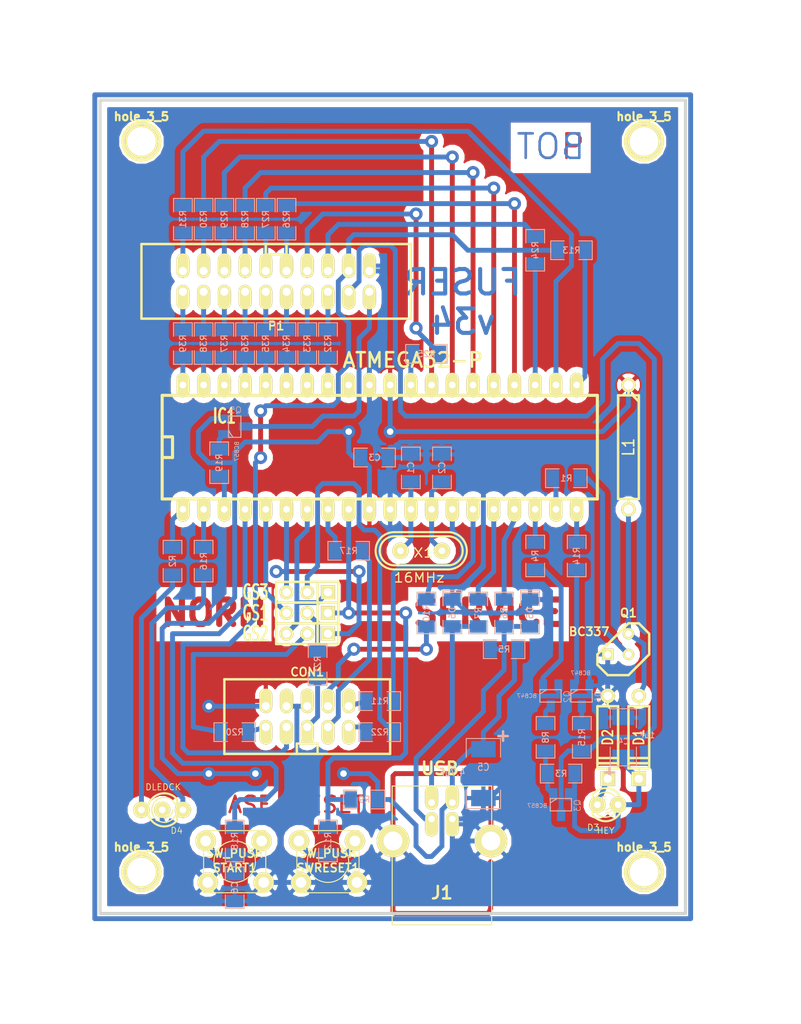
<source format=kicad_pcb>
(kicad_pcb (version 4) (host pcbnew 4.0.5+dfsg1-4)
  (title_block (title fuser) (date "13 mar 2014") (rev 33) (company emard) (comment 1 "high voltage programmer and fuse reset"))
  (layers (0 Front signal) (31 Back signal) (34 B.Paste user) (35 F.Paste user) (36 B.SilkS user) (37 F.SilkS user) (38 B.Mask user) (39 F.Mask user) (44 Edge.Cuts user))
  (net 0 "")
  (net 1 +12V)
  (net 2 +5V)
  (net 3 /BS1)
  (net 4 /BS1_A)
  (net 5 /BS2)
  (net 6 /BS2_A)
  (net 7 /CLK)
  (net 8 /CLK_A)
  (net 9 /D+)
  (net 10 /D-)
  (net 11 /D0)
  (net 12 /D0_A)
  (net 13 /D1)
  (net 14 /D1_A)
  (net 15 /D2)
  (net 16 /D2_A)
  (net 17 /D3)
  (net 18 /D3_A)
  (net 19 /D4)
  (net 20 /D4_A)
  (net 21 /D5)
  (net 22 /D5_A)
  (net 23 /D6)
  (net 24 /D6_A)
  (net 25 /D7)
  (net 26 /D7_A)
  (net 27 /FLYBACK)
  (net 28 /LEDG)
  (net 29 /LEDGREEN)
  (net 30 /LEDR)
  (net 31 /LEDRED)
  (net 32 /LVC)
  (net 33 /MISO)
  (net 34 /MISO_A)
  (net 35 /MISO_B)
  (net 36 /MOSI)
  (net 37 /MOSI_A)
  (net 38 /MOSI_B)
  (net 39 /NPNBH)
  (net 40 /NPNBL)
  (net 41 /NPNCH)
  (net 42 /OE)
  (net 43 /OE_A)
  (net 44 /PAGEL)
  (net 45 /PAGEL_A)
  (net 46 /PNPBH)
  (net 47 /PWM)
  (net 48 /PWMB)
  (net 49 /RDY)
  (net 50 /RDY_A)
  (net 51 /RESET)
  (net 52 /RESETBTN)
  (net 53 /RST)
  (net 54 /RST12V)
  (net 55 /RSTH)
  (net 56 /RSTL)
  (net 57 /RST_A)
  (net 58 /RST_B)
  (net 59 /RXD)
  (net 60 /RXD_A)
  (net 61 /SCK)
  (net 62 /SCK_A)
  (net 63 /START)
  (net 64 /STARTBTN)
  (net 65 /TXD)
  (net 66 /TXD_A)
  (net 67 /VCC)
  (net 68 /VCCB)
  (net 69 /VD+)
  (net 70 /VD-)
  (net 71 /WR)
  (net 72 /WR_A)
  (net 73 /XA0)
  (net 74 /XA0_A)
  (net 75 /XA1)
  (net 76 /XA1_A)
  (net 77 /ZV)
  (net 78 /nVCC)
  (net 79 GND)
  (net 80 N-0000024)
  (net 81 N-0000050)
  (module SOT23_INV-bigpads (layer Back) (at 107.95 80.01 90)
    (fp_text reference Q5 (at 1.99898 0.09906 360) (layer B.SilkS) (effects (font (size 0.762 0.762) (thickness 0.0762)) (justify mirror)))
    (fp_text value BC857 (at -3.048 0.254 90) (layer B.SilkS) (effects (font (size 0.50038 0.50038) (thickness 0.0762)) (justify mirror)))
    (pad 3 smd rect (at 0 1.27 90) (size 1.00076 1.50114) (layers Back B.Paste B.Mask) (net 67 /VCC))
    (pad 1 smd rect (at 0.9525 -1.27 90) (size 1.00076 1.50114) (layers Back B.Paste B.Mask) (net 2 +5V))
    (pad 2 smd rect (at -0.9525 -1.27 90) (size 1.00076 1.50114) (layers Back B.Paste B.Mask) (net 68 /VCCB))
  )
  (module USB_B-bigpads (layer Front) (at 133.35 130.81)
    (fp_text reference J1 (at 0 6.35) (layer F.SilkS) (effects (font (thickness 0.3048))))
    (fp_text value USB (at -0.254 -8.89) (layer F.SilkS) (effects (font (thickness 0.3048))))
    (pad 1 thru_hole oval (at 1.27 -4.699) (size 1.6002 2.99974) (drill 0.8128 (offset 0 -0.65024)) (layers *.Cu *.Mask F.SilkS) (net 2 +5V))
    (pad 2 thru_hole oval (at -1.27 -4.699) (size 1.6002 2.99974) (drill 0.8128 (offset 0 -0.65024)) (layers *.Cu *.Mask F.SilkS) (net 10 /D-))
    (pad 3 thru_hole oval (at -1.27 -2.70002) (size 1.6002 2.99974) (drill 0.8128 (offset 0 0.65024)) (layers *.Cu *.Mask F.SilkS) (net 9 /D+))
    (pad 4 thru_hole oval (at 1.27 -2.70002) (size 1.6002 2.99974) (drill 0.8128 (offset 0 0.65024)) (layers *.Cu *.Mask F.SilkS) (net 79 GND))
    (pad 5 thru_hole circle (at 5.99948 0) (size 4.0005 4.0005) (drill 2.30124) (layers *.Cu *.Mask F.SilkS) (net 79 GND))
    (pad 6 thru_hole circle (at -5.99948 0) (size 4.0005 4.0005) (drill 2.30124) (layers *.Cu *.Mask F.SilkS) (net 79 GND))
  )
  (module crystal_hc-49s (layer Front) (at 130.81 95.25 180)
    (fp_text reference X1 (at -0.254 -0.254 180) (layer F.SilkS) (effects (font (size 1.143 1.27) (thickness 0.1524))))
    (fp_text value 16MHz (at 0.254 -3.302 180) (layer F.SilkS) (effects (font (size 1.143 1.27) (thickness 0.1524))))
    (pad 1 thru_hole circle (at -2.54 0 180) (size 1.99898 1.99898) (drill 0.8001) (layers *.Cu *.Mask F.SilkS) (net 81 N-0000050))
    (pad 2 thru_hole circle (at 2.54 0 180) (size 1.99898 1.99898) (drill 0.8001) (layers *.Cu *.Mask F.SilkS) (net 80 N-0000024))
  )
  (module conn_strip_5x2_largepads (layer Front) (at 116.84 115.57)
    (fp_text reference CON1 (at 0 -5.461) (layer F.SilkS) (effects (font (size 1.016 1.016) (thickness 0.2032))))
    (fp_text value AVR-ISP-10 hide)
    (pad 1 thru_hole oval (at -5.08 1.27) (size 1.6002 2.99974) (drill 1.00076 (offset 0 0.65024)) (layers *.Cu *.Mask F.SilkS) (net 37 /MOSI_A))
    (pad 2 thru_hole oval (at -5.08 -1.27) (size 1.6002 2.99974) (drill 1.00076 (offset 0 -0.65024)) (layers *.Cu *.Mask F.SilkS) (net 2 +5V))
    (pad 3 thru_hole oval (at -2.54 1.27) (size 1.6002 2.99974) (drill 1.00076 (offset 0 0.65024)) (layers *.Cu *.Mask F.SilkS) (net 8 /CLK_A))
    (pad 4 thru_hole oval (at -2.54 -1.27) (size 1.6002 2.99974) (drill 1.00076 (offset 0 -0.65024)) (layers *.Cu *.Mask F.SilkS) (net 79 GND))
    (pad 5 thru_hole oval (at 0 1.27) (size 1.6002 2.99974) (drill 1.00076 (offset 0 0.65024)) (layers *.Cu *.Mask F.SilkS) (net 57 /RST_A))
    (pad 6 thru_hole oval (at 0 -1.27) (size 1.6002 2.99974) (drill 1.00076 (offset 0 -0.65024)) (layers *.Cu *.Mask F.SilkS) (net 79 GND))
    (pad 7 thru_hole oval (at 2.54 1.27) (size 1.6002 2.99974) (drill 1.00076 (offset 0 0.65024)) (layers *.Cu *.Mask F.SilkS) (net 62 /SCK_A))
    (pad 8 thru_hole oval (at 2.54 -1.27) (size 1.6002 2.99974) (drill 1.00076 (offset 0 -0.65024)) (layers *.Cu *.Mask F.SilkS) (net 66 /TXD_A))
    (pad 9 thru_hole oval (at 5.08 1.27) (size 1.6002 2.99974) (drill 1.00076 (offset 0 0.65024)) (layers *.Cu *.Mask F.SilkS) (net 34 /MISO_A))
    (pad 10 thru_hole oval (at 5.08 -1.27) (size 1.6002 2.99974) (drill 1.00076 (offset 0 -0.65024)) (layers *.Cu *.Mask F.SilkS) (net 60 /RXD_A))
  )
  (module conn_strip_10x2_largepads (layer Front) (at 113.03 62.23 180)
    (fp_text reference P1 (at 0 -5.461 180) (layer F.SilkS) (effects (font (size 1.016 1.016) (thickness 0.2032))))
    (fp_text value CONN_10X2 hide)
    (pad 1 thru_hole oval (at -11.43 1.27 180) (size 1.6002 2.99974) (drill 1.00076 (offset 0 0.65024)) (layers *.Cu *.Mask F.SilkS) (net 79 GND))
    (pad 2 thru_hole oval (at -11.43 -1.27 180) (size 1.6002 2.99974) (drill 1.00076 (offset 0 -0.65024)) (layers *.Cu *.Mask F.SilkS) (net 67 /VCC))
    (pad 3 thru_hole oval (at -8.89 1.27 180) (size 1.6002 2.99974) (drill 1.00076 (offset 0 0.65024)) (layers *.Cu *.Mask F.SilkS) (net 8 /CLK_A))
    (pad 4 thru_hole oval (at -8.89 -1.27 180) (size 1.6002 2.99974) (drill 1.00076 (offset 0 -0.65024)) (layers *.Cu *.Mask F.SilkS) (net 54 /RST12V))
    (pad 5 thru_hole oval (at -6.35 1.27 180) (size 1.6002 2.99974) (drill 1.00076 (offset 0 0.65024)) (layers *.Cu *.Mask F.SilkS) (net 6 /BS2_A))
    (pad 6 thru_hole oval (at -6.35 -1.27 180) (size 1.6002 2.99974) (drill 1.00076 (offset 0 -0.65024)) (layers *.Cu *.Mask F.SilkS) (net 26 /D7_A))
    (pad 7 thru_hole oval (at -3.81 1.27 180) (size 1.6002 2.99974) (drill 1.00076 (offset 0 0.65024)) (layers *.Cu *.Mask F.SilkS) (net 50 /RDY_A))
    (pad 8 thru_hole oval (at -3.81 -1.27 180) (size 1.6002 2.99974) (drill 1.00076 (offset 0 -0.65024)) (layers *.Cu *.Mask F.SilkS) (net 24 /D6_A))
    (pad 9 thru_hole oval (at -1.27 1.27 180) (size 1.6002 2.99974) (drill 1.00076 (offset 0 0.65024)) (layers *.Cu *.Mask F.SilkS) (net 43 /OE_A))
    (pad 10 thru_hole oval (at -1.27 -1.27 180) (size 1.6002 2.99974) (drill 1.00076 (offset 0 -0.65024)) (layers *.Cu *.Mask F.SilkS) (net 22 /D5_A))
    (pad 11 thru_hole oval (at 1.27 1.27 180) (size 1.6002 2.99974) (drill 1.00076 (offset 0 0.65024)) (layers *.Cu *.Mask F.SilkS) (net 72 /WR_A))
    (pad 12 thru_hole oval (at 1.27 -1.27 180) (size 1.6002 2.99974) (drill 1.00076 (offset 0 -0.65024)) (layers *.Cu *.Mask F.SilkS) (net 20 /D4_A))
    (pad 13 thru_hole oval (at 3.81 1.27 180) (size 1.6002 2.99974) (drill 1.00076 (offset 0 0.65024)) (layers *.Cu *.Mask F.SilkS) (net 4 /BS1_A))
    (pad 14 thru_hole oval (at 3.81 -1.27 180) (size 1.6002 2.99974) (drill 1.00076 (offset 0 -0.65024)) (layers *.Cu *.Mask F.SilkS) (net 18 /D3_A))
    (pad 15 thru_hole oval (at 6.35 1.27 180) (size 1.6002 2.99974) (drill 1.00076 (offset 0 0.65024)) (layers *.Cu *.Mask F.SilkS) (net 74 /XA0_A))
    (pad 16 thru_hole oval (at 6.35 -1.27 180) (size 1.6002 2.99974) (drill 1.00076 (offset 0 -0.65024)) (layers *.Cu *.Mask F.SilkS) (net 16 /D2_A))
    (pad 17 thru_hole oval (at 8.89 1.27 180) (size 1.6002 2.99974) (drill 1.00076 (offset 0 0.65024)) (layers *.Cu *.Mask F.SilkS) (net 76 /XA1_A))
    (pad 18 thru_hole oval (at 8.89 -1.27 180) (size 1.6002 2.99974) (drill 1.00076 (offset 0 -0.65024)) (layers *.Cu *.Mask F.SilkS) (net 14 /D1_A))
    (pad 19 thru_hole oval (at 11.43 1.27 180) (size 1.6002 2.99974) (drill 1.00076 (offset 0 0.65024)) (layers *.Cu *.Mask F.SilkS) (net 45 /PAGEL_A))
    (pad 20 thru_hole oval (at 11.43 -1.27 180) (size 1.6002 2.99974) (drill 1.00076 (offset 0 -0.65024)) (layers *.Cu *.Mask F.SilkS) (net 12 /D0_A))
  )
  (module LED-3MM-bigpads (layer Front) (at 153.67 126.365 180)
    (fp_text reference D3 (at 1.778 -2.794 180) (layer F.SilkS) (effects (font (size 0.762 0.762) (thickness 0.0889))))
    (fp_text value HEY (at 0.254 -3.175 180) (layer F.SilkS) (effects (font (size 0.762 0.762) (thickness 0.0889))))
    (pad 1 thru_hole circle (at -1.27 0 180) (size 1.99898 1.99898) (drill 0.8128) (layers *.Cu *.Paste *.Mask F.SilkS) (net 1 +12V))
    (pad 2 thru_hole circle (at 1.27 0 180) (size 1.99898 1.99898) (drill 0.8128) (layers *.Cu *.Paste *.Mask F.SilkS) (net 77 /ZV))
  )
  (module LED-3MM-dual-bigpads (layer Front) (at 99.06 127)
    (fp_text reference D4 (at 1.778 2.54) (layer F.SilkS) (effects (font (size 0.762 0.762) (thickness 0.0889))))
    (fp_text value DLEDCK (at 0.127 -2.794) (layer F.SilkS) (effects (font (size 0.762 0.762) (thickness 0.0889))))
    (pad 1 thru_hole circle (at -2.54 0) (size 1.99898 1.99898) (drill 0.8128) (layers *.Cu *.Paste *.Mask F.SilkS) (net 30 /LEDR))
    (pad 2 thru_hole circle (at 0 0) (size 1.99898 1.99898) (drill 0.8128) (layers *.Cu *.Paste *.Mask F.SilkS) (net 79 GND))
    (pad 3 thru_hole circle (at 2.54 0) (size 1.99898 1.99898) (drill 0.8128) (layers *.Cu *.Paste *.Mask F.SilkS) (net 28 /LEDG))
  )
  (module SIL-3_bigpads (layer Front) (at 116.84 102.87 180)
    (fp_text reference GS1 (at 6.35 0 180) (layer F.SilkS) (effects (font (size 1.7907 1.07696) (thickness 0.26924))))
    (fp_text value GS3 hide)
    (pad 1 thru_hole rect (at -2.54 0 180) (size 1.69926 1.69926) (drill 1.00076) (layers *.Cu *.Mask F.SilkS) (net 51 /RESET))
    (pad 2 thru_hole circle (at 0 0 180) (size 1.69926 1.69926) (drill 1.00076) (layers *.Cu *.Mask F.SilkS) (net 58 /RST_B))
    (pad 3 thru_hole circle (at 2.54 0 180) (size 1.69926 1.69926) (drill 1.00076) (layers *.Cu *.Mask F.SilkS) (net 53 /RST))
  )
  (module SIL-3_bigpads (layer Front) (at 116.84 105.41 180)
    (fp_text reference GS2 (at 6.35 0 180) (layer F.SilkS) (effects (font (size 1.7907 1.07696) (thickness 0.26924))))
    (fp_text value GS3 hide)
    (pad 1 thru_hole rect (at -2.54 0 180) (size 1.69926 1.69926) (drill 1.00076) (layers *.Cu *.Mask F.SilkS) (net 36 /MOSI))
    (pad 2 thru_hole circle (at 0 0 180) (size 1.69926 1.69926) (drill 1.00076) (layers *.Cu *.Mask F.SilkS) (net 38 /MOSI_B))
    (pad 3 thru_hole circle (at 2.54 0 180) (size 1.69926 1.69926) (drill 1.00076) (layers *.Cu *.Mask F.SilkS) (net 33 /MISO))
  )
  (module SIL-3_bigpads (layer Front) (at 116.84 100.33 180)
    (fp_text reference GS3 (at 6.35 0 180) (layer F.SilkS) (effects (font (size 1.7907 1.07696) (thickness 0.26924))))
    (fp_text value GS3 hide)
    (pad 1 thru_hole rect (at -2.54 0 180) (size 1.69926 1.69926) (drill 1.00076) (layers *.Cu *.Mask F.SilkS) (net 33 /MISO))
    (pad 2 thru_hole circle (at 0 0 180) (size 1.69926 1.69926) (drill 1.00076) (layers *.Cu *.Mask F.SilkS) (net 35 /MISO_B))
    (pad 3 thru_hole circle (at 2.54 0 180) (size 1.69926 1.69926) (drill 1.00076) (layers *.Cu *.Mask F.SilkS) (net 36 /MOSI))
  )
  (module DIP-40__600-bigpads (layer Front) (at 125.73 82.55)
    (fp_text reference IC1 (at -19.05 -3.81) (layer F.SilkS) (effects (font (size 1.778 1.143) (thickness 0.28702))))
    (fp_text value ATMEGA32-P (at 4.064 -10.668) (layer F.SilkS) (effects (font (size 1.778 1.778) (thickness 0.3048))))
    (pad 1 thru_hole oval (at -24.13 7.62) (size 1.6002 2.99974) (drill 0.8128) (layers *.Cu *.Mask F.SilkS) (net 31 /LEDRED))
    (pad 2 thru_hole oval (at -21.59 7.62) (size 1.6002 2.99974) (drill 0.8128) (layers *.Cu *.Mask F.SilkS) (net 29 /LEDGREEN))
    (pad 3 thru_hole oval (at -19.05 7.62) (size 1.6002 2.99974) (drill 0.8128) (layers *.Cu *.Mask F.SilkS) (net 78 /nVCC))
    (pad 4 thru_hole oval (at -16.51 7.62) (size 1.6002 2.99974) (drill 0.8128) (layers *.Cu *.Mask F.SilkS) (net 63 /START))
    (pad 5 thru_hole oval (at -13.97 7.62) (size 1.6002 2.99974) (drill 0.8128) (layers *.Cu *.Mask F.SilkS) (net 53 /RST))
    (pad 6 thru_hole oval (at -11.43 7.62) (size 1.6002 2.99974) (drill 0.8128) (layers *.Cu *.Mask F.SilkS) (net 36 /MOSI))
    (pad 7 thru_hole oval (at -8.89 7.62) (size 1.6002 2.99974) (drill 0.8128) (layers *.Cu *.Mask F.SilkS) (net 33 /MISO))
    (pad 8 thru_hole oval (at -6.35 7.62) (size 1.6002 2.99974) (drill 0.8128) (layers *.Cu *.Mask F.SilkS) (net 61 /SCK))
    (pad 9 thru_hole oval (at -3.81 7.62) (size 1.6002 2.99974) (drill 0.8128) (layers *.Cu *.Mask F.SilkS) (net 51 /RESET))
    (pad 10 thru_hole oval (at -1.27 7.62) (size 1.6002 2.99974) (drill 0.8128) (layers *.Cu *.Mask F.SilkS) (net 2 +5V))
    (pad 11 thru_hole oval (at 1.27 7.62) (size 1.6002 2.99974) (drill 0.8128) (layers *.Cu *.Mask F.SilkS) (net 79 GND))
    (pad 12 thru_hole oval (at 3.81 7.62) (size 1.6002 2.99974) (drill 0.8128) (layers *.Cu *.Mask F.SilkS) (net 80 N-0000024))
    (pad 13 thru_hole oval (at 6.35 7.62) (size 1.6002 2.99974) (drill 0.8128) (layers *.Cu *.Mask F.SilkS) (net 81 N-0000050))
    (pad 14 thru_hole oval (at 8.89 7.62) (size 1.6002 2.99974) (drill 0.8128) (layers *.Cu *.Mask F.SilkS) (net 59 /RXD))
    (pad 15 thru_hole oval (at 11.43 7.62) (size 1.6002 2.99974) (drill 0.8128) (layers *.Cu *.Mask F.SilkS) (net 65 /TXD))
    (pad 16 thru_hole oval (at 13.97 7.62) (size 1.6002 2.99974) (drill 0.8128) (layers *.Cu *.Mask F.SilkS) (net 69 /VD+))
    (pad 17 thru_hole oval (at 16.51 7.62) (size 1.6002 2.99974) (drill 0.8128) (layers *.Cu *.Mask F.SilkS) (net 70 /VD-))
    (pad 18 thru_hole oval (at 19.05 7.62) (size 1.6002 2.99974) (drill 0.8128) (layers *.Cu *.Mask F.SilkS) (net 55 /RSTH))
    (pad 19 thru_hole oval (at 21.59 7.62) (size 1.6002 2.99974) (drill 0.8128) (layers *.Cu *.Mask F.SilkS) (net 47 /PWM))
    (pad 20 thru_hole oval (at 24.13 7.62) (size 1.6002 2.99974) (drill 0.8128) (layers *.Cu *.Mask F.SilkS) (net 56 /RSTL))
    (pad 21 thru_hole oval (at 24.13 -7.62) (size 1.6002 2.99974) (drill 0.8128) (layers *.Cu *.Mask F.SilkS) (net 7 /CLK))
    (pad 22 thru_hole oval (at 21.59 -7.62) (size 1.6002 2.99974) (drill 0.8128) (layers *.Cu *.Mask F.SilkS) (net 44 /PAGEL))
    (pad 23 thru_hole oval (at 19.05 -7.62) (size 1.6002 2.99974) (drill 0.8128) (layers *.Cu *.Mask F.SilkS) (net 5 /BS2))
    (pad 24 thru_hole oval (at 16.51 -7.62) (size 1.6002 2.99974) (drill 0.8128) (layers *.Cu *.Mask F.SilkS) (net 42 /OE))
    (pad 25 thru_hole oval (at 13.97 -7.62) (size 1.6002 2.99974) (drill 0.8128) (layers *.Cu *.Mask F.SilkS) (net 71 /WR))
    (pad 26 thru_hole oval (at 11.43 -7.62) (size 1.6002 2.99974) (drill 0.8128) (layers *.Cu *.Mask F.SilkS) (net 3 /BS1))
    (pad 27 thru_hole oval (at 8.89 -7.62) (size 1.6002 2.99974) (drill 0.8128) (layers *.Cu *.Mask F.SilkS) (net 73 /XA0))
    (pad 28 thru_hole oval (at 6.35 -7.62) (size 1.6002 2.99974) (drill 0.8128) (layers *.Cu *.Mask F.SilkS) (net 75 /XA1))
    (pad 29 thru_hole oval (at 3.81 -7.62) (size 1.6002 2.99974) (drill 0.8128) (layers *.Cu *.Mask F.SilkS) (net 49 /RDY))
    (pad 30 thru_hole oval (at 1.27 -7.62) (size 1.6002 2.99974) (drill 0.8128) (layers *.Cu *.Mask F.SilkS) (net 2 +5V))
    (pad 31 thru_hole oval (at -1.27 -7.62) (size 1.6002 2.99974) (drill 0.8128) (layers *.Cu *.Mask F.SilkS) (net 79 GND))
    (pad 32 thru_hole oval (at -3.81 -7.62) (size 1.6002 2.99974) (drill 0.8128) (layers *.Cu *.Mask F.SilkS))
    (pad 33 thru_hole oval (at -6.35 -7.62) (size 1.6002 2.99974) (drill 0.8128) (layers *.Cu *.Mask F.SilkS) (net 25 /D7))
    (pad 34 thru_hole oval (at -8.89 -7.62) (size 1.6002 2.99974) (drill 0.8128) (layers *.Cu *.Mask F.SilkS) (net 23 /D6))
    (pad 35 thru_hole oval (at -11.43 -7.62) (size 1.6002 2.99974) (drill 0.8128) (layers *.Cu *.Mask F.SilkS) (net 21 /D5))
    (pad 36 thru_hole oval (at -13.97 -7.62) (size 1.6002 2.99974) (drill 0.8128) (layers *.Cu *.Mask F.SilkS) (net 19 /D4))
    (pad 37 thru_hole oval (at -16.51 -7.62) (size 1.6002 2.99974) (drill 0.8128) (layers *.Cu *.Mask F.SilkS) (net 17 /D3))
    (pad 38 thru_hole oval (at -19.05 -7.62) (size 1.6002 2.99974) (drill 0.8128) (layers *.Cu *.Mask F.SilkS) (net 15 /D2))
    (pad 39 thru_hole oval (at -21.59 -7.62) (size 1.6002 2.99974) (drill 0.8128) (layers *.Cu *.Mask F.SilkS) (net 13 /D1))
    (pad 40 thru_hole oval (at -24.13 -7.62) (size 1.6002 2.99974) (drill 0.8128) (layers *.Cu *.Mask F.SilkS) (net 11 /D0))
  )
  (module SOT23_INV-bigpads (layer Back) (at 146.685 113.03)
    (fp_text reference Q2 (at 1.99898 0.09906 270) (layer B.SilkS) (effects (font (size 0.762 0.762) (thickness 0.0762)) (justify mirror)))
    (fp_text value BC847 (at -2.921 0) (layer B.SilkS) (effects (font (size 0.50038 0.50038) (thickness 0.0762)) (justify mirror)))
    (pad 3 smd rect (at 0 1.27) (size 1.00076 1.50114) (layers Back B.Paste B.Mask) (net 41 /NPNCH))
    (pad 1 smd rect (at 0.9525 -1.27) (size 1.00076 1.50114) (layers Back B.Paste B.Mask) (net 79 GND))
    (pad 2 smd rect (at -0.9525 -1.27) (size 1.00076 1.50114) (layers Back B.Paste B.Mask) (net 39 /NPNBH))
  )
  (module SOT23_INV-bigpads (layer Back) (at 147.955 126.365)
    (fp_text reference Q3 (at 1.99898 0.09906 270) (layer B.SilkS) (effects (font (size 0.762 0.762) (thickness 0.0762)) (justify mirror)))
    (fp_text value BC857 (at -2.921 0.127) (layer B.SilkS) (effects (font (size 0.50038 0.50038) (thickness 0.0762)) (justify mirror)))
    (pad 3 smd rect (at 0 1.27) (size 1.00076 1.50114) (layers Back B.Paste B.Mask) (net 54 /RST12V))
    (pad 1 smd rect (at 0.9525 -1.27) (size 1.00076 1.50114) (layers Back B.Paste B.Mask) (net 1 +12V))
    (pad 2 smd rect (at -0.9525 -1.27) (size 1.00076 1.50114) (layers Back B.Paste B.Mask) (net 46 /PNPBH))
  )
  (module SOT23_INV-bigpads (layer Back) (at 150.495 113.03)
    (fp_text reference Q4 (at 1.99898 0.09906 270) (layer B.SilkS) (effects (font (size 0.762 0.762) (thickness 0.0762)) (justify mirror)))
    (fp_text value BC847 (at -0.127 -2.794) (layer B.SilkS) (effects (font (size 0.50038 0.50038) (thickness 0.0762)) (justify mirror)))
    (pad 3 smd rect (at 0 1.27) (size 1.00076 1.50114) (layers Back B.Paste B.Mask) (net 32 /LVC))
    (pad 1 smd rect (at 0.9525 -1.27) (size 1.00076 1.50114) (layers Back B.Paste B.Mask) (net 79 GND))
    (pad 2 smd rect (at -0.9525 -1.27) (size 1.00076 1.50114) (layers Back B.Paste B.Mask) (net 40 /NPNBL))
  )
  (module SM1206 (layer Back) (at 114.3 69.85 90)
    (fp_text reference R34 (at 0 0 90) (layer B.SilkS) (effects (font (size 0.762 0.762) (thickness 0.127)) (justify mirror)))
    (fp_text value 330 hide)
    (pad 1 smd rect (at -1.651 0 90) (size 1.524 2.032) (layers Back B.Paste B.Mask) (net 21 /D5))
    (pad 2 smd rect (at 1.651 0 90) (size 1.524 2.032) (layers Back B.Paste B.Mask) (net 22 /D5_A))
  )
  (module SM1206 (layer Back) (at 116.84 69.85 90)
    (fp_text reference R33 (at 0 0 90) (layer B.SilkS) (effects (font (size 0.762 0.762) (thickness 0.127)) (justify mirror)))
    (fp_text value 330 hide)
    (pad 1 smd rect (at -1.651 0 90) (size 1.524 2.032) (layers Back B.Paste B.Mask) (net 23 /D6))
    (pad 2 smd rect (at 1.651 0 90) (size 1.524 2.032) (layers Back B.Paste B.Mask) (net 24 /D6_A))
  )
  (module SM1206 (layer Back) (at 109.22 69.85 90)
    (fp_text reference R36 (at 0 0 90) (layer B.SilkS) (effects (font (size 0.762 0.762) (thickness 0.127)) (justify mirror)))
    (fp_text value 330 hide)
    (pad 1 smd rect (at -1.651 0 90) (size 1.524 2.032) (layers Back B.Paste B.Mask) (net 17 /D3))
    (pad 2 smd rect (at 1.651 0 90) (size 1.524 2.032) (layers Back B.Paste B.Mask) (net 18 /D3_A))
  )
  (module SM1206 (layer Back) (at 106.68 69.85 90)
    (fp_text reference R37 (at 0 0 90) (layer B.SilkS) (effects (font (size 0.762 0.762) (thickness 0.127)) (justify mirror)))
    (fp_text value 330 hide)
    (pad 1 smd rect (at -1.651 0 90) (size 1.524 2.032) (layers Back B.Paste B.Mask) (net 15 /D2))
    (pad 2 smd rect (at 1.651 0 90) (size 1.524 2.032) (layers Back B.Paste B.Mask) (net 16 /D2_A))
  )
  (module SM1206 (layer Back) (at 111.76 69.85 90)
    (fp_text reference R35 (at 0 0 90) (layer B.SilkS) (effects (font (size 0.762 0.762) (thickness 0.127)) (justify mirror)))
    (fp_text value 330 hide)
    (pad 1 smd rect (at -1.651 0 90) (size 1.524 2.032) (layers Back B.Paste B.Mask) (net 19 /D4))
    (pad 2 smd rect (at 1.651 0 90) (size 1.524 2.032) (layers Back B.Paste B.Mask) (net 20 /D4_A))
  )
  (module SM1206 (layer Back) (at 104.14 69.85 90)
    (fp_text reference R38 (at 0 0 90) (layer B.SilkS) (effects (font (size 0.762 0.762) (thickness 0.127)) (justify mirror)))
    (fp_text value 330 hide)
    (pad 1 smd rect (at -1.651 0 90) (size 1.524 2.032) (layers Back B.Paste B.Mask) (net 13 /D1))
    (pad 2 smd rect (at 1.651 0 90) (size 1.524 2.032) (layers Back B.Paste B.Mask) (net 14 /D1_A))
  )
  (module SM1206 (layer Back) (at 101.6 69.85 90)
    (fp_text reference R39 (at 0 0 90) (layer B.SilkS) (effects (font (size 0.762 0.762) (thickness 0.127)) (justify mirror)))
    (fp_text value 330 hide)
    (pad 1 smd rect (at -1.651 0 90) (size 1.524 2.032) (layers Back B.Paste B.Mask) (net 11 /D0))
    (pad 2 smd rect (at 1.651 0 90) (size 1.524 2.032) (layers Back B.Paste B.Mask) (net 12 /D0_A))
  )
  (module SM1206 (layer Back) (at 104.14 54.61 90)
    (fp_text reference R30 (at 0 0 90) (layer B.SilkS) (effects (font (size 0.762 0.762) (thickness 0.127)) (justify mirror)))
    (fp_text value 330 hide)
    (pad 1 smd rect (at -1.651 0 90) (size 1.524 2.032) (layers Back B.Paste B.Mask) (net 76 /XA1_A))
    (pad 2 smd rect (at 1.651 0 90) (size 1.524 2.032) (layers Back B.Paste B.Mask) (net 75 /XA1))
  )
  (module SM1206 (layer Back) (at 101.6 54.61 90)
    (fp_text reference R31 (at 0 0 90) (layer B.SilkS) (effects (font (size 0.762 0.762) (thickness 0.127)) (justify mirror)))
    (fp_text value 330 hide)
    (pad 1 smd rect (at -1.651 0 90) (size 1.524 2.032) (layers Back B.Paste B.Mask) (net 45 /PAGEL_A))
    (pad 2 smd rect (at 1.651 0 90) (size 1.524 2.032) (layers Back B.Paste B.Mask) (net 44 /PAGEL))
  )
  (module SM1206 (layer Back) (at 119.38 69.85 90)
    (fp_text reference R32 (at 0 0 90) (layer B.SilkS) (effects (font (size 0.762 0.762) (thickness 0.127)) (justify mirror)))
    (fp_text value 330 hide)
    (pad 1 smd rect (at -1.651 0 90) (size 1.524 2.032) (layers Back B.Paste B.Mask) (net 25 /D7))
    (pad 2 smd rect (at 1.651 0 90) (size 1.524 2.032) (layers Back B.Paste B.Mask) (net 26 /D7_A))
  )
  (module SM1206 (layer Back) (at 114.3 54.61 90)
    (fp_text reference R26 (at 0 0 90) (layer B.SilkS) (effects (font (size 0.762 0.762) (thickness 0.127)) (justify mirror)))
    (fp_text value 330 hide)
    (pad 1 smd rect (at -1.651 0 90) (size 1.524 2.032) (layers Back B.Paste B.Mask) (net 43 /OE_A))
    (pad 2 smd rect (at 1.651 0 90) (size 1.524 2.032) (layers Back B.Paste B.Mask) (net 42 /OE))
  )
  (module SM1206 (layer Back) (at 109.22 54.61 90)
    (fp_text reference R28 (at 0 0 90) (layer B.SilkS) (effects (font (size 0.762 0.762) (thickness 0.127)) (justify mirror)))
    (fp_text value 330 hide)
    (pad 1 smd rect (at -1.651 0 90) (size 1.524 2.032) (layers Back B.Paste B.Mask) (net 4 /BS1_A))
    (pad 2 smd rect (at 1.651 0 90) (size 1.524 2.032) (layers Back B.Paste B.Mask) (net 3 /BS1))
  )
  (module SM1206 (layer Back) (at 111.76 54.61 90)
    (fp_text reference R27 (at 0 0 90) (layer B.SilkS) (effects (font (size 0.762 0.762) (thickness 0.127)) (justify mirror)))
    (fp_text value 330 hide)
    (pad 1 smd rect (at -1.651 0 90) (size 1.524 2.032) (layers Back B.Paste B.Mask) (net 72 /WR_A))
    (pad 2 smd rect (at 1.651 0 90) (size 1.524 2.032) (layers Back B.Paste B.Mask) (net 71 /WR))
  )
  (module SM1206 (layer Back) (at 144.78 58.42 270)
    (fp_text reference R24 (at 0 0 270) (layer B.SilkS) (effects (font (size 0.762 0.762) (thickness 0.127)) (justify mirror)))
    (fp_text value 330 hide)
    (pad 1 smd rect (at -1.651 0 270) (size 1.524 2.032) (layers Back B.Paste B.Mask) (net 6 /BS2_A))
    (pad 2 smd rect (at 1.651 0 270) (size 1.524 2.032) (layers Back B.Paste B.Mask) (net 5 /BS2))
  )
  (module SM1206 (layer Back) (at 131.445 71.12 180)
    (fp_text reference R25 (at 0 0 180) (layer B.SilkS) (effects (font (size 0.762 0.762) (thickness 0.127)) (justify mirror)))
    (fp_text value 330 hide)
    (pad 1 smd rect (at -1.651 0 180) (size 1.524 2.032) (layers Back B.Paste B.Mask) (net 50 /RDY_A))
    (pad 2 smd rect (at 1.651 0 180) (size 1.524 2.032) (layers Back B.Paste B.Mask) (net 49 /RDY))
  )
  (module SM1206 (layer Back) (at 118.11 109.22 90)
    (fp_text reference R21 (at 0 0 90) (layer B.SilkS) (effects (font (size 0.762 0.762) (thickness 0.127)) (justify mirror)))
    (fp_text value 330 hide)
    (pad 1 smd rect (at -1.651 0 90) (size 1.524 2.032) (layers Back B.Paste B.Mask) (net 57 /RST_A))
    (pad 2 smd rect (at 1.651 0 90) (size 1.524 2.032) (layers Back B.Paste B.Mask) (net 58 /RST_B))
  )
  (module SM1206 (layer Back) (at 125.73 117.475)
    (fp_text reference R22 (at 0 0) (layer B.SilkS) (effects (font (size 0.762 0.762) (thickness 0.127)) (justify mirror)))
    (fp_text value 330 hide)
    (pad 1 smd rect (at -1.651 0) (size 1.524 2.032) (layers Back B.Paste B.Mask) (net 34 /MISO_A))
    (pad 2 smd rect (at 1.651 0) (size 1.524 2.032) (layers Back B.Paste B.Mask) (net 35 /MISO_B))
  )
  (module SM1206 (layer Back) (at 107.95 117.475 180)
    (fp_text reference R20 (at 0 0 180) (layer B.SilkS) (effects (font (size 0.762 0.762) (thickness 0.127)) (justify mirror)))
    (fp_text value 330 hide)
    (pad 1 smd rect (at -1.651 0 180) (size 1.524 2.032) (layers Back B.Paste B.Mask) (net 37 /MOSI_A))
    (pad 2 smd rect (at 1.651 0 180) (size 1.524 2.032) (layers Back B.Paste B.Mask) (net 38 /MOSI_B))
  )
  (module SM1206 (layer Back) (at 106.68 54.61 90)
    (fp_text reference R29 (at 0 0 90) (layer B.SilkS) (effects (font (size 0.762 0.762) (thickness 0.127)) (justify mirror)))
    (fp_text value 330 hide)
    (pad 1 smd rect (at -1.651 0 90) (size 1.524 2.032) (layers Back B.Paste B.Mask) (net 74 /XA0_A))
    (pad 2 smd rect (at 1.651 0 90) (size 1.524 2.032) (layers Back B.Paste B.Mask) (net 73 /XA0))
  )
  (module SM1206 (layer Back) (at 107.95 136.525 270)
    (fp_text reference C6 (at 0 0 270) (layer B.SilkS) (effects (font (size 0.762 0.762) (thickness 0.127)) (justify mirror)))
    (fp_text value 1nF hide)
    (pad 1 smd rect (at -1.651 0 270) (size 1.524 2.032) (layers Back B.Paste B.Mask) (net 64 /STARTBTN))
    (pad 2 smd rect (at 1.651 0 270) (size 1.524 2.032) (layers Back B.Paste B.Mask) (net 79 GND))
  )
  (module SM1206 (layer Back) (at 106.045 84.455 270)
    (fp_text reference R19 (at 0 0 270) (layer B.SilkS) (effects (font (size 0.762 0.762) (thickness 0.127)) (justify mirror)))
    (fp_text value 1k hide)
    (pad 1 smd rect (at -1.651 0 270) (size 1.524 2.032) (layers Back B.Paste B.Mask) (net 68 /VCCB))
    (pad 2 smd rect (at 1.651 0 270) (size 1.524 2.032) (layers Back B.Paste B.Mask) (net 78 /nVCC))
  )
  (module SM2010 (layer Back) (at 155.575 118.11 90)
    (fp_text reference C4 (at -0.50038 0 360) (layer B.SilkS) (effects (font (size 0.70104 0.70104) (thickness 0.127)) (justify mirror)))
    (fp_text value 1uF (at 0.254 2.921 360) (layer B.SilkS) (effects (font (size 0.70104 0.70104) (thickness 0.127)) (justify mirror)))
    (fp_text user + (at -4.30022 -1.80086 90) (layer B.SilkS) (effects (font (thickness 0.29972)) (justify mirror)))
    (pad 1 smd rect (at -2.4003 0 90) (size 1.80086 2.70002) (layers Back B.Paste B.Mask) (net 1 +12V))
    (pad 2 smd rect (at 2.4003 0 90) (size 1.80086 2.70002) (layers Back B.Paste B.Mask) (net 79 GND))
  )
  (module SM1206 (layer Back) (at 125.095 83.82)
    (fp_text reference C3 (at 0 0) (layer B.SilkS) (effects (font (size 0.762 0.762) (thickness 0.127)) (justify mirror)))
    (fp_text value 56nF hide)
    (pad 1 smd rect (at -1.651 0) (size 1.524 2.032) (layers Back B.Paste B.Mask) (net 2 +5V))
    (pad 2 smd rect (at 1.651 0) (size 1.524 2.032) (layers Back B.Paste B.Mask) (net 79 GND))
  )
  (module SM2512 (layer Back) (at 138.43 122.555 270)
    (fp_text reference C5 (at -0.8001 0 540) (layer B.SilkS) (effects (font (size 0.889 0.762) (thickness 0.127)) (justify mirror)))
    (fp_text value 4.7uF (at -0.127 3.81 540) (layer B.SilkS) (effects (font (size 0.889 0.762) (thickness 0.127)) (justify mirror)))
    (fp_text user + (at -4.59994 -2.30124 270) (layer B.SilkS) (effects (font (thickness 0.29972)) (justify mirror)))
    (pad 1 smd rect (at -2.99974 0 270) (size 1.99898 2.99974) (layers Back B.Paste B.Mask) (net 2 +5V))
    (pad 2 smd rect (at 2.99974 0 270) (size 1.99898 2.99974) (layers Back B.Paste B.Mask) (net 79 GND))
  )
  (module D4 (layer Front) (at 157.48 118.11 270)
    (fp_text reference D1 (at 0 0 270) (layer F.SilkS) (effects (font (size 1.27 1.016) (thickness 0.2032))))
    (fp_text value BAT42 hide)
    (pad 1 thru_hole circle (at -5.08 0 270) (size 1.778 1.778) (drill 1.016) (layers *.Cu *.Mask F.SilkS) (net 27 /FLYBACK))
    (pad 2 thru_hole rect (at 5.08 0 270) (size 1.778 1.778) (drill 1.016) (layers *.Cu *.Mask F.SilkS) (net 1 +12V))
  )
  (module D4 (layer Front) (at 153.67 118.11 270)
    (fp_text reference D2 (at 0 0 270) (layer F.SilkS) (effects (font (size 1.27 1.016) (thickness 0.2032))))
    (fp_text value 10V hide)
    (pad 1 thru_hole circle (at -5.08 0 270) (size 1.778 1.778) (drill 1.016) (layers *.Cu *.Mask F.SilkS) (net 79 GND))
    (pad 2 thru_hole rect (at 5.08 0 270) (size 1.778 1.778) (drill 1.016) (layers *.Cu *.Mask F.SilkS) (net 77 /ZV))
  )
  (module SM1206 (layer Back) (at 107.95 130.81 270)
    (fp_text reference R18 (at 0 0 270) (layer B.SilkS) (effects (font (size 0.762 0.762) (thickness 0.127)) (justify mirror)))
    (fp_text value 470 hide)
    (pad 1 smd rect (at -1.651 0 270) (size 1.524 2.032) (layers Back B.Paste B.Mask) (net 63 /START))
    (pad 2 smd rect (at 1.651 0 270) (size 1.524 2.032) (layers Back B.Paste B.Mask) (net 64 /STARTBTN))
  )
  (module SM1206 (layer Back) (at 121.92 95.25 180)
    (fp_text reference R17 (at 0 0 180) (layer B.SilkS) (effects (font (size 0.762 0.762) (thickness 0.127)) (justify mirror)))
    (fp_text value 330 hide)
    (pad 1 smd rect (at -1.651 0 180) (size 1.524 2.032) (layers Back B.Paste B.Mask) (net 62 /SCK_A))
    (pad 2 smd rect (at 1.651 0 180) (size 1.524 2.032) (layers Back B.Paste B.Mask) (net 61 /SCK))
  )
  (module R6 (layer Front) (at 156.21 82.55 270)
    (fp_text reference L1 (at 0 0 270) (layer F.SilkS) (effects (font (size 1.397 1.27) (thickness 0.2032))))
    (fp_text value 220uH hide)
    (pad 1 thru_hole circle (at -7.62 0 270) (size 1.778 1.778) (drill 1.143) (layers *.Cu *.Mask F.SilkS) (net 2 +5V))
    (pad 2 thru_hole circle (at 7.62 0 270) (size 1.778 1.778) (drill 1.143) (layers *.Cu *.Mask F.SilkS) (net 27 /FLYBACK))
  )
  (module TO92 (layer Front) (at 154.94 106.68 180)
    (fp_text reference Q1 (at -1.27 3.81 180) (layer F.SilkS) (effects (font (size 1.016 1.016) (thickness 0.2032))))
    (fp_text value BC337 (at 3.556 1.524 180) (layer F.SilkS) (effects (font (size 1.016 1.016) (thickness 0.2032))))
    (pad 1 thru_hole rect (at 1.27 -1.27 180) (size 1.397 1.397) (drill 0.8128) (layers *.Cu *.Mask F.SilkS) (net 79 GND))
    (pad 2 thru_hole circle (at -1.27 -1.27 180) (size 1.397 1.397) (drill 0.8128) (layers *.Cu *.Mask F.SilkS) (net 48 /PWMB))
    (pad 3 thru_hole circle (at -1.27 1.27 180) (size 1.397 1.397) (drill 0.8128) (layers *.Cu *.Mask F.SilkS) (net 27 /FLYBACK))
  )
  (module SM1206 (layer Back) (at 133.35 85.09 270)
    (fp_text reference C2 (at 0 0 270) (layer B.SilkS) (effects (font (size 0.762 0.762) (thickness 0.127)) (justify mirror)))
    (fp_text value 18pF hide)
    (pad 1 smd rect (at -1.651 0 270) (size 1.524 2.032) (layers Back B.Paste B.Mask) (net 79 GND))
    (pad 2 smd rect (at 1.651 0 270) (size 1.524 2.032) (layers Back B.Paste B.Mask) (net 81 N-0000050))
  )
  (module SM1206 (layer Back) (at 148.59 86.36)
    (fp_text reference R1 (at 0 0) (layer B.SilkS) (effects (font (size 0.762 0.762) (thickness 0.127)) (justify mirror)))
    (fp_text value 9.1k hide)
    (pad 1 smd rect (at -1.651 0) (size 1.524 2.032) (layers Back B.Paste B.Mask) (net 47 /PWM))
    (pad 2 smd rect (at 1.651 0) (size 1.524 2.032) (layers Back B.Paste B.Mask) (net 48 /PWMB))
  )
  (module SM1206 (layer Back) (at 100.33 96.52 270)
    (fp_text reference R2 (at 0 0 270) (layer B.SilkS) (effects (font (size 0.762 0.762) (thickness 0.127)) (justify mirror)))
    (fp_text value 1k hide)
    (pad 1 smd rect (at -1.651 0 270) (size 1.524 2.032) (layers Back B.Paste B.Mask) (net 31 /LEDRED))
    (pad 2 smd rect (at 1.651 0 270) (size 1.524 2.032) (layers Back B.Paste B.Mask) (net 30 /LEDR))
  )
  (module SM1206 (layer Back) (at 104.14 96.52 270)
    (fp_text reference R16 (at 0 0 270) (layer B.SilkS) (effects (font (size 0.762 0.762) (thickness 0.127)) (justify mirror)))
    (fp_text value 1k hide)
    (pad 1 smd rect (at -1.651 0 270) (size 1.524 2.032) (layers Back B.Paste B.Mask) (net 29 /LEDGREEN))
    (pad 2 smd rect (at 1.651 0 270) (size 1.524 2.032) (layers Back B.Paste B.Mask) (net 28 /LEDG))
  )
  (module SM1206 (layer Back) (at 150.495 118.11 90)
    (fp_text reference R15 (at 0 0 90) (layer B.SilkS) (effects (font (size 0.762 0.762) (thickness 0.127)) (justify mirror)))
    (fp_text value 470 hide)
    (pad 1 smd rect (at -1.651 0 90) (size 1.524 2.032) (layers Back B.Paste B.Mask) (net 54 /RST12V))
    (pad 2 smd rect (at 1.651 0 90) (size 1.524 2.032) (layers Back B.Paste B.Mask) (net 32 /LVC))
  )
  (module SM1206 (layer Back) (at 149.86 95.885 90)
    (fp_text reference R14 (at 0 0 90) (layer B.SilkS) (effects (font (size 0.762 0.762) (thickness 0.127)) (justify mirror)))
    (fp_text value 1k hide)
    (pad 1 smd rect (at -1.651 0 90) (size 1.524 2.032) (layers Back B.Paste B.Mask) (net 40 /NPNBL))
    (pad 2 smd rect (at 1.651 0 90) (size 1.524 2.032) (layers Back B.Paste B.Mask) (net 56 /RSTL))
  )
  (module SM1206 (layer Back) (at 149.225 58.42)
    (fp_text reference R13 (at 0 0) (layer B.SilkS) (effects (font (size 0.762 0.762) (thickness 0.127)) (justify mirror)))
    (fp_text value 330 hide)
    (pad 1 smd rect (at -1.651 0) (size 1.524 2.032) (layers Back B.Paste B.Mask) (net 8 /CLK_A))
    (pad 2 smd rect (at 1.651 0) (size 1.524 2.032) (layers Back B.Paste B.Mask) (net 7 /CLK))
  )
  (module SM1206 (layer Back) (at 119.38 130.81 270)
    (fp_text reference R12 (at 0 0 270) (layer B.SilkS) (effects (font (size 0.762 0.762) (thickness 0.127)) (justify mirror)))
    (fp_text value 470 hide)
    (pad 1 smd rect (at -1.651 0 270) (size 1.524 2.032) (layers Back B.Paste B.Mask) (net 51 /RESET))
    (pad 2 smd rect (at 1.651 0 270) (size 1.524 2.032) (layers Back B.Paste B.Mask) (net 52 /RESETBTN))
  )
  (module SM1206 (layer Back) (at 125.73 113.665 180)
    (fp_text reference R11 (at 0 0 180) (layer B.SilkS) (effects (font (size 0.762 0.762) (thickness 0.127)) (justify mirror)))
    (fp_text value 330 hide)
    (pad 1 smd rect (at -1.651 0 180) (size 1.524 2.032) (layers Back B.Paste B.Mask) (net 59 /RXD))
    (pad 2 smd rect (at 1.651 0 180) (size 1.524 2.032) (layers Back B.Paste B.Mask) (net 60 /RXD_A))
  )
  (module SM1206 (layer Back) (at 131.445 102.87 270)
    (fp_text reference R10 (at 0 0 270) (layer B.SilkS) (effects (font (size 0.762 0.762) (thickness 0.127)) (justify mirror)))
    (fp_text value 330 hide)
    (pad 1 smd rect (at -1.651 0 270) (size 1.524 2.032) (layers Back B.Paste B.Mask) (net 65 /TXD))
    (pad 2 smd rect (at 1.651 0 270) (size 1.524 2.032) (layers Back B.Paste B.Mask) (net 66 /TXD_A))
  )
  (module SM1206 (layer Back) (at 129.54 85.09 270)
    (fp_text reference C1 (at 0 0 270) (layer B.SilkS) (effects (font (size 0.762 0.762) (thickness 0.127)) (justify mirror)))
    (fp_text value 18pF hide)
    (pad 1 smd rect (at -1.651 0 270) (size 1.524 2.032) (layers Back B.Paste B.Mask) (net 79 GND))
    (pad 2 smd rect (at 1.651 0 270) (size 1.524 2.032) (layers Back B.Paste B.Mask) (net 80 N-0000024))
  )
  (module SM1206 (layer Back) (at 146.05 118.11 90)
    (fp_text reference R8 (at 0 0 90) (layer B.SilkS) (effects (font (size 0.762 0.762) (thickness 0.127)) (justify mirror)))
    (fp_text value 4.7k hide)
    (pad 1 smd rect (at -1.651 0 90) (size 1.524 2.032) (layers Back B.Paste B.Mask) (net 46 /PNPBH))
    (pad 2 smd rect (at 1.651 0 90) (size 1.524 2.032) (layers Back B.Paste B.Mask) (net 41 /NPNCH))
  )
  (module SM1206 (layer Back) (at 137.795 102.87 90)
    (fp_text reference R7 (at 0 0 90) (layer B.SilkS) (effects (font (size 0.762 0.762) (thickness 0.127)) (justify mirror)))
    (fp_text value 68 hide)
    (pad 1 smd rect (at -1.651 0 90) (size 1.524 2.032) (layers Back B.Paste B.Mask) (net 9 /D+))
    (pad 2 smd rect (at 1.651 0 90) (size 1.524 2.032) (layers Back B.Paste B.Mask) (net 69 /VD+))
  )
  (module SM1206 (layer Back) (at 140.97 102.87 90)
    (fp_text reference R6 (at 0 0 90) (layer B.SilkS) (effects (font (size 0.762 0.762) (thickness 0.127)) (justify mirror)))
    (fp_text value 68 hide)
    (pad 1 smd rect (at -1.651 0 90) (size 1.524 2.032) (layers Back B.Paste B.Mask) (net 10 /D-))
    (pad 2 smd rect (at 1.651 0 90) (size 1.524 2.032) (layers Back B.Paste B.Mask) (net 70 /VD-))
  )
  (module SM1206 (layer Back) (at 140.97 107.315)
    (fp_text reference R5 (at 0 0) (layer B.SilkS) (effects (font (size 0.762 0.762) (thickness 0.127)) (justify mirror)))
    (fp_text value 2.2k hide)
    (pad 1 smd rect (at -1.651 0) (size 1.524 2.032) (layers Back B.Paste B.Mask) (net 10 /D-))
    (pad 2 smd rect (at 1.651 0) (size 1.524 2.032) (layers Back B.Paste B.Mask) (net 2 +5V))
  )
  (module SM1206 (layer Back) (at 144.78 95.885 90)
    (fp_text reference R4 (at 0 0 90) (layer B.SilkS) (effects (font (size 0.762 0.762) (thickness 0.127)) (justify mirror)))
    (fp_text value 1k hide)
    (pad 1 smd rect (at -1.651 0 90) (size 1.524 2.032) (layers Back B.Paste B.Mask) (net 39 /NPNBH))
    (pad 2 smd rect (at 1.651 0 90) (size 1.524 2.032) (layers Back B.Paste B.Mask) (net 55 /RSTH))
  )
  (module SM1206 (layer Back) (at 147.955 122.555 180)
    (fp_text reference R3 (at 0 0 180) (layer B.SilkS) (effects (font (size 0.762 0.762) (thickness 0.127)) (justify mirror)))
    (fp_text value 100k hide)
    (pad 1 smd rect (at -1.651 0 180) (size 1.524 2.032) (layers Back B.Paste B.Mask) (net 1 +12V))
    (pad 2 smd rect (at 1.651 0 180) (size 1.524 2.032) (layers Back B.Paste B.Mask) (net 46 /PNPBH))
  )
  (module SM1206 (layer Back) (at 123.825 125.73)
    (fp_text reference R9 (at 0 0) (layer B.SilkS) (effects (font (size 0.762 0.762) (thickness 0.127)) (justify mirror)))
    (fp_text value 15k hide)
    (pad 1 smd rect (at -1.651 0) (size 1.524 2.032) (layers Back B.Paste B.Mask) (net 51 /RESET))
    (pad 2 smd rect (at 1.651 0) (size 1.524 2.032) (layers Back B.Paste B.Mask) (net 2 +5V))
  )
  (module SM1206POL (layer Back) (at 134.62 102.87 270)
    (fp_text reference D6 (at 0 0 270) (layer B.SilkS) (effects (font (size 0.762 0.762) (thickness 0.127)) (justify mirror)))
    (fp_text value 3.6V hide)
    (pad 1 smd rect (at -1.651 0 270) (size 1.524 2.032) (layers Back B.Paste B.Mask) (net 79 GND))
    (pad 2 smd rect (at 1.651 0 270) (size 1.524 2.032) (layers Back B.Paste B.Mask) (net 9 /D+))
  )
  (module SM1206POL (layer Back) (at 144.145 102.87 270)
    (fp_text reference D5 (at 0 0 270) (layer B.SilkS) (effects (font (size 0.762 0.762) (thickness 0.127)) (justify mirror)))
    (fp_text value 3.6V hide)
    (pad 1 smd rect (at -1.651 0 270) (size 1.524 2.032) (layers Back B.Paste B.Mask) (net 79 GND))
    (pad 2 smd rect (at 1.651 0 270) (size 1.524 2.032) (layers Back B.Paste B.Mask) (net 10 /D-))
  )
  (module hole_3_5 (layer Front) (at 96.52 134.62)
    (fp_text reference hole_3_5 (at 0 -3.048) (layer F.SilkS) (effects (font (size 1.016 1.016) (thickness 0.254))))
    (fp_text value 3.5mm hide)
    (pad 1 thru_hole circle (at 0 0) (size 4.064 4.064) (drill 3.50012) (layers *.Cu *.Mask F.SilkS))
  )
  (module hole_3_5 (layer Front) (at 158.115 134.62)
    (fp_text reference hole_3_5 (at 0 -3.048) (layer F.SilkS) (effects (font (size 1.016 1.016) (thickness 0.254))))
    (fp_text value 3.5mm hide)
    (pad 1 thru_hole circle (at 0 0) (size 4.064 4.064) (drill 3.50012) (layers *.Cu *.Mask F.SilkS))
  )
  (module hole_3_5 (layer Front) (at 158.115 45.085)
    (fp_text reference hole_3_5 (at 0 -3.048) (layer F.SilkS) (effects (font (size 1.016 1.016) (thickness 0.254))))
    (fp_text value 3.5mm hide)
    (pad 1 thru_hole circle (at 0 0) (size 4.064 4.064) (drill 3.50012) (layers *.Cu *.Mask F.SilkS))
  )
  (module hole_3_5 (layer Front) (at 96.52 45.085)
    (fp_text reference hole_3_5 (at 0 -3.048) (layer F.SilkS) (effects (font (size 1.016 1.016) (thickness 0.254))))
    (fp_text value 3.5mm hide)
    (pad 1 thru_hole circle (at 0 0) (size 4.064 4.064) (drill 3.50012) (layers *.Cu *.Mask F.SilkS))
  )
  (module SW_PUSH_BIGHOLE (layer Front) (at 119.38 133.35 180)
    (fp_text reference SWRESET1 (at 0 -0.762 180) (layer F.SilkS) (effects (font (size 1.016 1.016) (thickness 0.2032))))
    (fp_text value SW_PUSH (at 0 1.016 180) (layer F.SilkS) (effects (font (size 1.016 1.016) (thickness 0.2032))))
    (pad 1 thru_hole circle (at 3.302 -2.54 180) (size 2.49936 2.49936) (drill 1.30048) (layers *.Cu *.Mask F.SilkS) (net 79 GND))
    (pad 2 thru_hole circle (at 3.556 2.54 180) (size 2.49936 2.49936) (drill 1.30048) (layers *.Cu *.Mask F.SilkS) (net 52 /RESETBTN))
    (pad 1 thru_hole circle (at -3.556 -2.54 180) (size 2.49936 2.49936) (drill 1.30048) (layers *.Cu *.Mask F.SilkS) (net 79 GND))
    (pad 2 thru_hole circle (at -3.302 2.54 180) (size 2.49936 2.49936) (drill 1.30048) (layers *.Cu *.Mask F.SilkS) (net 52 /RESETBTN))
  )
  (module SW_PUSH_BIGHOLE (layer Front) (at 107.95 133.35 180)
    (fp_text reference START1 (at 0 -0.762 180) (layer F.SilkS) (effects (font (size 1.016 1.016) (thickness 0.2032))))
    (fp_text value SW_PUSH (at 0 1.016 180) (layer F.SilkS) (effects (font (size 1.016 1.016) (thickness 0.2032))))
    (pad 1 thru_hole circle (at 3.302 -2.54 180) (size 2.49936 2.49936) (drill 1.30048) (layers *.Cu *.Mask F.SilkS) (net 79 GND))
    (pad 2 thru_hole circle (at 3.556 2.54 180) (size 2.49936 2.49936) (drill 1.30048) (layers *.Cu *.Mask F.SilkS) (net 64 /STARTBTN))
    (pad 1 thru_hole circle (at -3.556 -2.54 180) (size 2.49936 2.49936) (drill 1.30048) (layers *.Cu *.Mask F.SilkS) (net 79 GND))
    (pad 2 thru_hole circle (at -3.302 2.54 180) (size 2.49936 2.49936) (drill 1.30048) (layers *.Cu *.Mask F.SilkS) (net 64 /STARTBTN))
  )
  (gr_text RESET (at 119.38 126.365) (layer Front) (effects (font (size 1.99898 1.99898) (thickness 0.3048))))
  (gr_text ERASE (at 107.95 126.365) (layer Front) (effects (font (size 1.99898 1.99898) (thickness 0.3048))))
  (gr_text SERVICE (at 139.065 102.87) (layer Front) (effects (font (size 2.99974 2.99974) (thickness 0.7493))))
  (gr_text NORM (at 105.41 102.87) (layer Front) (effects (font (size 2.99974 2.99974) (thickness 0.7493))))
  (gr_text TOP (at 146.685 45.72) (layer Front) (effects (font (size 2.99974 2.99974) (thickness 0.3048))))
  (gr_text BOT (at 146.685 45.72) (layer Back) (effects (font (size 2.99974 2.99974) (thickness 0.3048)) (justify mirror)))
  (gr_text "FUSER\nv34" (at 135.89 64.77) (layer Back) (effects (font (size 2.99974 2.99974) (thickness 0.50038)) (justify mirror)))
  (gr_line (start 91.44 139.7) (end 163.195 139.7) (angle 90) (layer Edge.Cuts) (width 0.381))
  (gr_line (start 91.44 40.005) (end 163.195 40.005) (angle 90) (layer Edge.Cuts) (width 0.381))
  (gr_line (start 163.195 139.7) (end 163.195 40.005) (angle 90) (layer Edge.Cuts) (width 0.381))
  (gr_line (start 91.44 139.7) (end 91.44 40.005) (angle 90) (layer Edge.Cuts) (width 0.381))
  (segment (start 163.83 140.335) (end 163.83 39.37) (width 0.59944) (layer Back) (net 0))
  (segment (start 90.805 140.335) (end 163.83 140.335) (width 0.59944) (layer Back) (net 0))
  (segment (start 90.805 39.37) (end 90.805 140.335) (width 0.59944) (layer Back) (net 0))
  (segment (start 163.83 39.37) (end 90.805 39.37) (width 0.59944) (layer Back) (net 0))
  (segment (start 149.606 122.555) (end 149.606 125.095) (width 0.59944) (layer Back) (net 1))
  (segment (start 155.575 120.5103) (end 155.575 121.285) (width 0.59944) (layer Back) (net 1))
  (segment (start 149.606 129.032) (end 150.368 129.54) (width 0.59944) (layer Back) (net 1))
  (segment (start 150.368 129.54) (end 154.432 129.54) (width 0.59944) (layer Back) (net 1))
  (segment (start 154.94 129.032) (end 154.94 126.365) (width 0.59944) (layer Back) (net 1))
  (segment (start 149.606 125.095) (end 148.9075 125.095) (width 0.59944) (layer Back) (net 1))
  (segment (start 149.606 125.095) (end 149.606 129.032) (width 0.59944) (layer Back) (net 1))
  (segment (start 157.48 123.19) (end 157.48 123.19) (width 0.59944) (layer Back) (net 1))
  (segment (start 155.575 121.285) (end 157.48 123.19) (width 0.59944) (layer Back) (net 1))
  (segment (start 154.432 129.54) (end 154.94 129.032) (width 0.59944) (layer Back) (net 1))
  (segment (start 157.48 126.365) (end 157.48 123.19) (width 0.59944) (layer Back) (net 1))
  (segment (start 154.94 126.365) (end 157.48 126.365) (width 0.59944) (layer Back) (net 1))
  (segment (start 156.21 77.47) (end 153.035 80.645) (width 0.59944) (layer Back) (net 2))
  (via (at 121.285 122.555) (size 1.6002) (layers Front Back) (net 2))
  (segment (start 156.21 74.93) (end 156.21 77.47) (width 0.59944) (layer Back) (net 2))
  (segment (start 140.335 113.03) (end 142.24 111.125) (width 0.59944) (layer Back) (net 2))
  (segment (start 153.035 80.645) (end 127 80.645) (width 0.59944) (layer Back) (net 2))
  (segment (start 130.175 131.445) (end 131.445 132.715) (width 0.59944) (layer Back) (net 2))
  (segment (start 121.92 80.645) (end 127 80.645) (width 0.59944) (layer Front) (net 2))
  (via (at 110.49 122.555) (size 1.6002) (layers Front Back) (net 2))
  (via (at 104.775 114.3) (size 1.6002) (layers Front Back) (net 2))
  (segment (start 127 80.645) (end 127 74.93) (width 0.59944) (layer Back) (net 2))
  (segment (start 138.43 117.475) (end 140.335 115.57) (width 0.59944) (layer Back) (net 2))
  (segment (start 111.76 114.3) (end 104.775 114.3) (width 0.59944) (layer Back) (net 2))
  (segment (start 121.92 83.185) (end 122.555 83.82) (width 0.59944) (layer Back) (net 2))
  (segment (start 122.555 83.82) (end 123.444 83.82) (width 0.59944) (layer Back) (net 2))
  (segment (start 138.43 119.55526) (end 138.43 117.475) (width 0.59944) (layer Back) (net 2))
  (segment (start 123.444 83.9343) (end 124.46 84.9503) (width 0.59944) (layer Back) (net 2))
  (segment (start 133.35 131.445) (end 133.35 127) (width 0.59944) (layer Back) (net 2))
  (segment (start 123.444 83.82) (end 123.444 83.9343) (width 0.59944) (layer Back) (net 2))
  (segment (start 110.49 122.555) (end 104.775 122.555) (width 0.59944) (layer Back) (net 2))
  (segment (start 134.239 126.111) (end 134.62 126.111) (width 0.59944) (layer Back) (net 2))
  (segment (start 136.98474 119.55526) (end 138.43 119.55526) (width 0.59944) (layer Back) (net 2))
  (segment (start 142.621 107.569) (end 142.621 107.315) (width 0.59944) (layer Back) (net 2))
  (segment (start 125.476 125.73) (end 125.476 123.571) (width 0.59944) (layer Back) (net 2))
  (via (at 104.775 122.555) (size 1.6002) (layers Front Back) (net 2))
  (segment (start 134.62 126.111) (end 134.62 121.92) (width 0.59944) (layer Back) (net 2))
  (segment (start 121.92 80.645) (end 121.92 83.185) (width 0.59944) (layer Back) (net 2))
  (segment (start 124.46 122.555) (end 121.285 122.555) (width 0.59944) (layer Back) (net 2))
  (via (at 121.92 80.645) (size 1.6002) (layers Front Back) (net 2))
  (segment (start 133.35 127) (end 134.239 126.111) (width 0.59944) (layer Back) (net 2))
  (segment (start 104.775 114.3) (end 104.775 122.555) (width 0.59944) (layer Front) (net 2))
  (via (at 127 80.645) (size 1.6002) (layers Front Back) (net 2))
  (segment (start 104.775 104.14) (end 99.695 104.14) (width 0.59944) (layer Back) (net 2))
  (segment (start 124.46 84.9503) (end 124.46 90.17) (width 0.59944) (layer Back) (net 2))
  (segment (start 99.695 104.14) (end 99.06 104.775) (width 0.59944) (layer Back) (net 2))
  (segment (start 134.62 121.92) (end 136.98474 119.55526) (width 0.59944) (layer Back) (net 2))
  (segment (start 131.445 132.715) (end 132.08 132.715) (width 0.59944) (layer Back) (net 2))
  (segment (start 119.38 80.645) (end 118.11 81.915) (width 0.59944) (layer Back) (net 2))
  (segment (start 107.95 100.965) (end 104.775 104.14) (width 0.59944) (layer Back) (net 2))
  (segment (start 140.335 115.57) (end 140.335 113.03) (width 0.59944) (layer Back) (net 2))
  (segment (start 125.476 123.571) (end 124.46 122.555) (width 0.59944) (layer Back) (net 2))
  (segment (start 127 125.73) (end 130.175 128.905) (width 0.59944) (layer Back) (net 2))
  (segment (start 132.08 132.715) (end 133.35 131.445) (width 0.59944) (layer Back) (net 2))
  (segment (start 100.965 122.555) (end 104.775 122.555) (width 0.59944) (layer Back) (net 2))
  (segment (start 142.24 107.696) (end 142.621 107.315) (width 0.59944) (layer Back) (net 2))
  (segment (start 125.476 125.73) (end 127 125.73) (width 0.59944) (layer Back) (net 2))
  (segment (start 110.49 122.555) (end 121.285 122.555) (width 0.59944) (layer Front) (net 2))
  (segment (start 106.68 79.0575) (end 105.0925 79.0575) (width 0.59944) (layer Back) (net 2))
  (segment (start 103.505 80.645) (end 103.505 83.185) (width 0.59944) (layer Back) (net 2))
  (segment (start 99.06 104.775) (end 99.06 120.65) (width 0.59944) (layer Back) (net 2))
  (segment (start 121.92 80.645) (end 119.38 80.645) (width 0.59944) (layer Back) (net 2))
  (segment (start 109.22 81.915) (end 107.95 83.185) (width 0.59944) (layer Back) (net 2))
  (segment (start 142.24 111.125) (end 142.24 107.696) (width 0.59944) (layer Back) (net 2))
  (segment (start 105.0925 79.0575) (end 103.505 80.645) (width 0.59944) (layer Back) (net 2))
  (segment (start 107.95 83.185) (end 107.95 84.455) (width 0.59944) (layer Back) (net 2))
  (segment (start 99.06 120.65) (end 100.965 122.555) (width 0.59944) (layer Back) (net 2))
  (segment (start 104.775 84.455) (end 107.95 84.455) (width 0.59944) (layer Back) (net 2))
  (segment (start 103.505 83.185) (end 104.775 84.455) (width 0.59944) (layer Back) (net 2))
  (segment (start 118.11 81.915) (end 109.22 81.915) (width 0.59944) (layer Back) (net 2))
  (segment (start 130.175 128.905) (end 130.175 131.445) (width 0.59944) (layer Back) (net 2))
  (segment (start 107.95 84.455) (end 107.95 100.965) (width 0.59944) (layer Back) (net 2))
  (via (at 137.16 48.895) (size 1.6002) (layers Front Back) (net 3))
  (segment (start 109.22 50.8) (end 111.125 48.895) (width 0.59944) (layer Back) (net 3))
  (segment (start 109.22 52.959) (end 109.22 50.8) (width 0.59944) (layer Back) (net 3))
  (segment (start 111.125 48.895) (end 137.16 48.895) (width 0.59944) (layer Back) (net 3))
  (segment (start 137.16 48.895) (end 137.16 74.93) (width 0.59944) (layer Front) (net 3))
  (segment (start 109.22 56.261) (end 109.22 60.96) (width 0.59944) (layer Back) (net 4))
  (segment (start 144.78 74.93) (end 144.78 60.071) (width 0.59944) (layer Back) (net 5))
  (segment (start 119.38 56.515) (end 119.38 60.96) (width 0.59944) (layer Back) (net 6))
  (segment (start 120.65 55.245) (end 129.54 55.245) (width 0.59944) (layer Back) (net 6))
  (segment (start 119.38 56.515) (end 120.65 55.245) (width 0.59944) (layer Back) (net 6))
  (segment (start 129.54 55.245) (end 143.51 55.245) (width 0.59944) (layer Back) (net 6))
  (segment (start 144.78 56.769) (end 143.51 55.245) (width 0.59944) (layer Back) (net 6))
  (segment (start 150.876 73.914) (end 149.86 74.93) (width 0.59944) (layer Back) (net 7))
  (segment (start 150.876 58.42) (end 150.876 73.914) (width 0.59944) (layer Back) (net 7))
  (via (at 111.125 83.82) (size 1.6002) (layers Front Back) (net 8))
  (segment (start 121.92 67.31) (end 120.65 66.04) (width 0.59944) (layer Back) (net 8))
  (segment (start 120.65 66.04) (end 120.65 62.23) (width 0.59944) (layer Back) (net 8))
  (segment (start 121.92 60.96) (end 120.65 62.23) (width 0.59944) (layer Back) (net 8))
  (segment (start 121.92 72.39) (end 121.92 67.31) (width 0.59944) (layer Back) (net 8))
  (segment (start 111.76 77.47) (end 111.125 78.105) (width 0.59944) (layer Back) (net 8))
  (segment (start 120.65 76.835) (end 120.65 73.66) (width 0.59944) (layer Back) (net 8))
  (segment (start 120.65 73.66) (end 121.92 72.39) (width 0.59944) (layer Back) (net 8))
  (segment (start 110.49 103.505) (end 107.315 106.68) (width 0.59944) (layer Back) (net 8))
  (segment (start 111.125 83.82) (end 110.49 84.455) (width 0.59944) (layer Back) (net 8))
  (via (at 111.125 78.105) (size 1.6002) (layers Front Back) (net 8))
  (segment (start 101.6 119.38) (end 102.235 120.015) (width 0.59944) (layer Back) (net 8))
  (segment (start 101.6 106.68) (end 101.6 119.38) (width 0.59944) (layer Back) (net 8))
  (segment (start 110.49 84.455) (end 110.49 103.505) (width 0.59944) (layer Back) (net 8))
  (segment (start 114.3 119.38) (end 114.3 116.84) (width 0.59944) (layer Back) (net 8))
  (segment (start 101.6 106.68) (end 107.315 106.68) (width 0.59944) (layer Back) (net 8))
  (segment (start 111.125 78.105) (end 111.125 83.185) (width 0.59944) (layer Front) (net 8))
  (segment (start 111.125 83.185) (end 111.125 83.82) (width 0.59944) (layer Front) (net 8))
  (segment (start 120.015 77.47) (end 111.76 77.47) (width 0.59944) (layer Back) (net 8))
  (segment (start 113.665 120.015) (end 114.3 119.38) (width 0.59944) (layer Back) (net 8))
  (segment (start 120.65 76.835) (end 120.015 77.47) (width 0.59944) (layer Back) (net 8))
  (segment (start 121.92 57.15) (end 121.92 60.96) (width 0.59944) (layer Back) (net 8))
  (segment (start 136.525 58.42) (end 134.62 56.515) (width 0.59944) (layer Back) (net 8))
  (segment (start 122.555 56.515) (end 134.62 56.515) (width 0.59944) (layer Back) (net 8))
  (segment (start 147.574 58.42) (end 136.525 58.42) (width 0.59944) (layer Back) (net 8))
  (segment (start 102.235 120.015) (end 113.665 120.015) (width 0.59944) (layer Back) (net 8))
  (segment (start 121.92 57.15) (end 122.555 56.515) (width 0.59944) (layer Back) (net 8))
  (segment (start 134.62 104.521) (end 134.62 116.205) (width 0.59944) (layer Back) (net 9))
  (segment (start 130.175 127) (end 130.175 120.65) (width 0.59944) (layer Back) (net 9))
  (segment (start 134.62 104.521) (end 137.795 104.521) (width 0.59944) (layer Back) (net 9))
  (segment (start 130.175 120.65) (end 134.62 116.205) (width 0.59944) (layer Back) (net 9))
  (segment (start 131.28498 128.10998) (end 130.175 127) (width 0.59944) (layer Back) (net 9))
  (segment (start 131.28498 128.10998) (end 132.08 128.10998) (width 0.59944) (layer Back) (net 9))
  (segment (start 132.08 126.111) (end 132.08 121.285) (width 0.59944) (layer Back) (net 10))
  (segment (start 140.97 107.315) (end 140.97 104.521) (width 0.59944) (layer Back) (net 10))
  (segment (start 139.319 107.315) (end 139.319 107.696) (width 0.59944) (layer Back) (net 10))
  (segment (start 138.43 114.935) (end 138.43 112.395) (width 0.59944) (layer Back) (net 10))
  (segment (start 140.97 104.521) (end 144.145 104.521) (width 0.59944) (layer Back) (net 10))
  (segment (start 139.065 107.569) (end 139.319 107.315) (width 0.59944) (layer Back) (net 10))
  (segment (start 138.43 112.395) (end 140.97 109.855) (width 0.59944) (layer Back) (net 10))
  (segment (start 132.08 121.285) (end 138.43 114.935) (width 0.59944) (layer Back) (net 10))
  (segment (start 139.319 107.315) (end 140.97 107.315) (width 0.59944) (layer Back) (net 10))
  (segment (start 140.97 109.855) (end 140.97 107.315) (width 0.59944) (layer Back) (net 10))
  (segment (start 101.6 71.501) (end 101.6 74.93) (width 0.59944) (layer Back) (net 11))
  (segment (start 101.6 68.199) (end 101.6 63.5) (width 0.59944) (layer Back) (net 12))
  (segment (start 104.14 74.93) (end 104.14 71.501) (width 0.59944) (layer Back) (net 13))
  (segment (start 104.14 68.199) (end 104.14 63.5) (width 0.59944) (layer Back) (net 14))
  (segment (start 106.68 74.93) (end 106.68 71.501) (width 0.59944) (layer Back) (net 15))
  (segment (start 106.68 68.199) (end 106.68 63.5) (width 0.59944) (layer Back) (net 16))
  (segment (start 109.22 71.501) (end 109.22 74.93) (width 0.59944) (layer Back) (net 17))
  (segment (start 109.22 63.5) (end 109.22 68.199) (width 0.59944) (layer Back) (net 18))
  (segment (start 111.76 71.501) (end 111.76 74.93) (width 0.59944) (layer Back) (net 19))
  (segment (start 111.76 63.5) (end 111.76 68.199) (width 0.59944) (layer Back) (net 20))
  (segment (start 114.3 71.501) (end 114.3 74.93) (width 0.59944) (layer Back) (net 21))
  (segment (start 114.3 63.5) (end 114.3 68.199) (width 0.59944) (layer Back) (net 22))
  (segment (start 116.84 71.501) (end 116.84 74.93) (width 0.59944) (layer Back) (net 23))
  (segment (start 116.84 63.5) (end 116.84 68.199) (width 0.59944) (layer Back) (net 24))
  (segment (start 119.38 74.93) (end 119.38 71.501) (width 0.59944) (layer Back) (net 25))
  (segment (start 119.38 68.199) (end 119.38 63.5) (width 0.59944) (layer Back) (net 26))
  (segment (start 158.115 111.76) (end 157.48 113.03) (width 0.59944) (layer Back) (net 27))
  (segment (start 156.21 105.41) (end 158.115 106.68) (width 0.59944) (layer Back) (net 27))
  (segment (start 156.21 90.17) (end 156.21 105.41) (width 0.59944) (layer Back) (net 27))
  (segment (start 158.115 106.68) (end 158.115 111.76) (width 0.59944) (layer Back) (net 27))
  (segment (start 101.6 127) (end 101.6 125.586508) (width 0.59944) (layer Back) (net 28))
  (segment (start 101.6 125.586508) (end 97.79 121.776508) (width 0.59944) (layer Back) (net 28))
  (segment (start 103.505 102.235) (end 104.14 101.6) (width 0.59944) (layer Back) (net 28))
  (segment (start 97.79 121.776508) (end 97.79 104.14) (width 0.59944) (layer Back) (net 28))
  (segment (start 97.79 104.14) (end 99.695 102.235) (width 0.59944) (layer Back) (net 28))
  (segment (start 99.695 102.235) (end 103.505 102.235) (width 0.59944) (layer Back) (net 28))
  (segment (start 104.14 101.6) (end 104.14 98.171) (width 0.59944) (layer Back) (net 28))
  (segment (start 104.14 90.17) (end 104.14 94.869) (width 0.59944) (layer Back) (net 29))
  (segment (start 96.52 125.095) (end 96.52 127) (width 0.59944) (layer Back) (net 30))
  (segment (start 100.33 99.695) (end 100.33 98.171) (width 0.59944) (layer Back) (net 30))
  (segment (start 96.52 125.095) (end 96.52 103.505) (width 0.59944) (layer Back) (net 30))
  (segment (start 96.52 103.505) (end 100.33 99.695) (width 0.59944) (layer Back) (net 30))
  (segment (start 100.33 91.44) (end 101.6 90.17) (width 0.59944) (layer Back) (net 31))
  (segment (start 100.33 94.869) (end 100.33 91.44) (width 0.59944) (layer Back) (net 31))
  (segment (start 150.495 114.3) (end 150.495 116.459) (width 0.59944) (layer Back) (net 32))
  (segment (start 116.84 92.71) (end 116.84 90.17) (width 0.59944) (layer Back) (net 33))
  (segment (start 115.57 93.98) (end 116.84 92.71) (width 0.59944) (layer Back) (net 33))
  (segment (start 115.57 104.14) (end 115.57 101.6) (width 0.59944) (layer Back) (net 33))
  (segment (start 118.11 101.6) (end 115.57 101.6) (width 0.59944) (layer Back) (net 33))
  (segment (start 119.38 100.33) (end 118.11 101.6) (width 0.59944) (layer Back) (net 33))
  (segment (start 114.3 105.41) (end 115.57 104.14) (width 0.59944) (layer Back) (net 33))
  (segment (start 115.57 101.6) (end 115.57 93.98) (width 0.59944) (layer Back) (net 33))
  (segment (start 121.92 116.84) (end 123.444 116.84) (width 0.59944) (layer Back) (net 34))
  (segment (start 123.444 116.84) (end 124.079 117.475) (width 0.59944) (layer Back) (net 34))
  (segment (start 123.825 92.71) (end 125.095 92.71) (width 0.59944) (layer Back) (net 35))
  (segment (start 123.19 87.63) (end 123.19 92.075) (width 0.59944) (layer Back) (net 35))
  (segment (start 116.84 98.425) (end 118.11 97.155) (width 0.59944) (layer Back) (net 35))
  (segment (start 118.11 87.63) (end 118.745 86.995) (width 0.59944) (layer Back) (net 35))
  (segment (start 125.73 115.824) (end 127.381 117.475) (width 0.59944) (layer Back) (net 35))
  (segment (start 118.745 86.995) (end 122.555 86.995) (width 0.59944) (layer Back) (net 35))
  (segment (start 125.73 93.345) (end 125.73 115.824) (width 0.59944) (layer Back) (net 35))
  (segment (start 122.555 86.995) (end 123.19 87.63) (width 0.59944) (layer Back) (net 35))
  (segment (start 116.84 100.33) (end 116.84 98.425) (width 0.59944) (layer Back) (net 35))
  (segment (start 123.19 92.075) (end 123.825 92.71) (width 0.59944) (layer Back) (net 35))
  (segment (start 125.095 92.71) (end 125.73 93.345) (width 0.59944) (layer Back) (net 35))
  (segment (start 118.11 97.155) (end 118.11 87.63) (width 0.59944) (layer Back) (net 35))
  (via (at 123.19 97.79) (size 1.6002) (layers Front Back) (net 36))
  (segment (start 121.92 105.41) (end 119.38 105.41) (width 0.59944) (layer Back) (net 36))
  (segment (start 113.03 97.79) (end 123.19 97.79) (width 0.59944) (layer Front) (net 36))
  (via (at 113.03 97.79) (size 1.6002) (layers Front Back) (net 36))
  (segment (start 114.3 97.79) (end 114.3 90.17) (width 0.59944) (layer Back) (net 36))
  (segment (start 114.3 100.33) (end 114.3 97.79) (width 0.59944) (layer Back) (net 36))
  (segment (start 123.19 97.79) (end 123.19 104.14) (width 0.59944) (layer Back) (net 36))
  (segment (start 123.19 104.14) (end 121.92 105.41) (width 0.59944) (layer Back) (net 36))
  (segment (start 114.3 97.79) (end 113.03 97.79) (width 0.59944) (layer Back) (net 36))
  (segment (start 109.601 117.475) (end 111.76 116.84) (width 0.59944) (layer Back) (net 37))
  (segment (start 114.3 107.95) (end 116.84 105.41) (width 0.59944) (layer Back) (net 38))
  (segment (start 114.3 107.95) (end 102.87 107.95) (width 0.59944) (layer Back) (net 38))
  (segment (start 106.299 117.475) (end 102.87 116.84) (width 0.59944) (layer Back) (net 38))
  (segment (start 102.87 107.95) (end 102.87 116.84) (width 0.59944) (layer Back) (net 38))
  (segment (start 144.78 97.536) (end 145.796 97.536) (width 0.59944) (layer Back) (net 39))
  (segment (start 145.796 97.536) (end 147.955 99.695) (width 0.59944) (layer Back) (net 39))
  (segment (start 147.955 108.585) (end 147.955 108.585) (width 0.59944) (layer Back) (net 39))
  (segment (start 145.7325 110.8075) (end 147.955 108.585) (width 0.59944) (layer Back) (net 39))
  (segment (start 147.955 99.695) (end 147.955 108.585) (width 0.59944) (layer Back) (net 39))
  (segment (start 145.7325 111.76) (end 145.7325 110.8075) (width 0.59944) (layer Back) (net 39))
  (segment (start 149.86 97.536) (end 149.86 111.4425) (width 0.59944) (layer Back) (net 40))
  (segment (start 149.86 111.4425) (end 149.5425 111.76) (width 0.59944) (layer Back) (net 40))
  (segment (start 146.05 116.459) (end 146.05 114.935) (width 0.59944) (layer Back) (net 41))
  (segment (start 146.05 114.935) (end 146.685 114.3) (width 0.59944) (layer Back) (net 41))
  (segment (start 142.24 52.705) (end 114.554 52.705) (width 0.59944) (layer Back) (net 42))
  (segment (start 142.24 52.705) (end 142.24 74.93) (width 0.59944) (layer Front) (net 42))
  (segment (start 114.554 52.705) (end 114.3 52.959) (width 0.59944) (layer Back) (net 42))
  (via (at 142.24 52.705) (size 1.6002) (layers Front Back) (net 42))
  (segment (start 114.3 60.96) (end 114.3 56.261) (width 0.59944) (layer Back) (net 43))
  (segment (start 101.6 52.959) (end 101.6 46.355) (width 0.59944) (layer Back) (net 44))
  (segment (start 104.13746 43.81754) (end 136.52246 43.85056) (width 0.59944) (layer Back) (net 44))
  (segment (start 136.52246 43.85056) (end 136.525 43.85056) (width 0.59944) (layer Back) (net 44))
  (segment (start 149.225 56.515) (end 149.225 60.325) (width 0.59944) (layer Back) (net 44))
  (segment (start 136.525 43.85056) (end 136.56056 43.85056) (width 0.59944) (layer Back) (net 44))
  (segment (start 101.6 46.355) (end 104.13746 43.81754) (width 0.59944) (layer Back) (net 44))
  (segment (start 149.225 60.325) (end 147.32 62.23) (width 0.59944) (layer Back) (net 44))
  (segment (start 147.32 62.23) (end 147.32 74.93) (width 0.59944) (layer Back) (net 44))
  (segment (start 136.56056 43.85056) (end 149.225 56.515) (width 0.59944) (layer Back) (net 44))
  (segment (start 101.6 56.261) (end 101.6 60.96) (width 0.59944) (layer Back) (net 45))
  (segment (start 146.304 122.555) (end 146.304 124.3965) (width 0.59944) (layer Back) (net 46))
  (segment (start 146.304 124.3965) (end 147.0025 125.095) (width 0.59944) (layer Back) (net 46))
  (segment (start 146.05 119.761) (end 146.05 122.301) (width 0.59944) (layer Back) (net 46))
  (segment (start 146.05 122.301) (end 146.304 122.555) (width 0.59944) (layer Back) (net 46))
  (segment (start 147.32 86.741) (end 146.939 86.36) (width 0.59944) (layer Back) (net 47))
  (segment (start 147.32 90.17) (end 147.32 86.741) (width 0.59944) (layer Back) (net 47))
  (segment (start 151.13 86.36) (end 153.035 88.265) (width 0.59944) (layer Back) (net 48))
  (segment (start 150.241 86.36) (end 151.13 86.36) (width 0.59944) (layer Back) (net 48))
  (segment (start 153.035 88.265) (end 153.035 104.775) (width 0.59944) (layer Back) (net 48))
  (segment (start 153.035 104.775) (end 156.21 107.95) (width 0.59944) (layer Back) (net 48))
  (segment (start 129.54 71.374) (end 129.794 71.12) (width 0.59944) (layer Back) (net 49))
  (segment (start 129.54 74.93) (end 129.54 71.374) (width 0.59944) (layer Back) (net 49))
  (segment (start 118.745 53.975) (end 130.175 53.975) (width 0.59944) (layer Back) (net 50))
  (segment (start 116.84 60.96) (end 116.84 55.88) (width 0.59944) (layer Back) (net 50))
  (segment (start 130.175 53.975) (end 130.175 67.945) (width 0.59944) (layer Front) (net 50))
  (via (at 130.175 67.945) (size 1.6002) (layers Front Back) (net 50))
  (segment (start 130.175 68.199) (end 133.096 71.12) (width 0.59944) (layer Back) (net 50))
  (via (at 130.175 53.975) (size 1.6002) (layers Front Back) (net 50))
  (segment (start 116.84 55.88) (end 118.745 53.975) (width 0.59944) (layer Back) (net 50))
  (segment (start 130.175 67.945) (end 130.175 68.199) (width 0.59944) (layer Back) (net 50))
  (segment (start 120.015 120.65) (end 119.38 121.285) (width 0.59944) (layer Back) (net 51))
  (via (at 121.92 102.87) (size 1.6002) (layers Front Back) (net 51))
  (segment (start 121.92 102.87) (end 128.905 102.87) (width 0.59944) (layer Front) (net 51))
  (segment (start 128.905 102.87) (end 128.905 120.015) (width 0.59944) (layer Back) (net 51))
  (segment (start 128.27 120.65) (end 120.015 120.65) (width 0.59944) (layer Back) (net 51))
  (segment (start 121.92 102.87) (end 121.92 101.6) (width 0.59944) (layer Back) (net 51))
  (segment (start 128.905 120.015) (end 128.27 120.65) (width 0.59944) (layer Back) (net 51))
  (segment (start 121.92 102.87) (end 120.65 102.87) (width 0.59944) (layer Back) (net 51))
  (via (at 128.905 102.87) (size 1.6002) (layers Front Back) (net 51))
  (segment (start 119.38 125.73) (end 119.38 129.159) (width 0.59944) (layer Back) (net 51))
  (segment (start 119.38 121.285) (end 119.38 125.73) (width 0.59944) (layer Back) (net 51))
  (segment (start 119.38 125.73) (end 122.174 125.73) (width 0.59944) (layer Back) (net 51))
  (segment (start 119.38 102.87) (end 120.65 102.87) (width 0.59944) (layer Back) (net 51))
  (segment (start 121.92 101.6) (end 121.92 90.17) (width 0.59944) (layer Back) (net 51))
  (segment (start 117.221 132.461) (end 115.57 130.81) (width 0.59944) (layer Back) (net 52))
  (segment (start 119.38 132.461) (end 117.221 132.461) (width 0.59944) (layer Back) (net 52))
  (segment (start 119.38 132.461) (end 121.539 132.461) (width 0.59944) (layer Back) (net 52))
  (segment (start 121.539 132.461) (end 123.19 130.81) (width 0.59944) (layer Back) (net 52))
  (segment (start 111.76 100.33) (end 114.3 102.87) (width 0.59944) (layer Back) (net 53))
  (segment (start 111.76 90.17) (end 111.76 100.33) (width 0.59944) (layer Back) (net 53))
  (segment (start 128.27 78.105) (end 128.905 78.74) (width 0.59944) (layer Back) (net 54))
  (segment (start 128.27 73.025) (end 128.27 78.105) (width 0.59944) (layer Back) (net 54))
  (segment (start 127.635 72.39) (end 128.27 73.025) (width 0.59944) (layer Back) (net 54))
  (segment (start 127.635 69.215) (end 127.635 66.04) (width 0.59944) (layer Back) (net 54))
  (segment (start 127.635 69.215) (end 127.635 72.39) (width 0.59944) (layer Back) (net 54))
  (segment (start 150.495 119.761) (end 151.384 119.761) (width 0.59944) (layer Back) (net 54))
  (segment (start 128.905 78.74) (end 151.13 78.74) (width 0.59944) (layer Back) (net 54))
  (segment (start 151.13 78.74) (end 153.035 76.835) (width 0.59944) (layer Back) (net 54))
  (segment (start 127.635 58.42) (end 127 57.785) (width 0.59944) (layer Back) (net 54))
  (segment (start 153.035 71.755) (end 154.94 69.85) (width 0.59944) (layer Back) (net 54))
  (segment (start 159.385 116.84) (end 159.385 71.755) (width 0.59944) (layer Back) (net 54))
  (segment (start 154.94 69.85) (end 157.48 69.85) (width 0.59944) (layer Back) (net 54))
  (segment (start 127.635 66.04) (end 127.635 58.42) (width 0.59944) (layer Back) (net 54))
  (segment (start 147.955 127.635) (end 147.955 120.65) (width 0.59944) (layer Back) (net 54))
  (segment (start 148.844 119.761) (end 150.495 119.761) (width 0.59944) (layer Back) (net 54))
  (segment (start 127.635 66.675) (end 127.635 66.04) (width 0.59944) (layer Back) (net 54))
  (segment (start 147.955 120.65) (end 148.844 119.761) (width 0.59944) (layer Back) (net 54))
  (segment (start 127 57.785) (end 123.825 57.785) (width 0.59944) (layer Back) (net 54))
  (segment (start 123.19 58.42) (end 123.19 62.23) (width 0.59944) (layer Back) (net 54))
  (segment (start 123.19 62.23) (end 121.92 63.5) (width 0.59944) (layer Back) (net 54))
  (segment (start 153.035 76.835) (end 153.035 71.755) (width 0.59944) (layer Back) (net 54))
  (segment (start 123.825 57.785) (end 123.19 58.42) (width 0.59944) (layer Back) (net 54))
  (segment (start 151.384 119.761) (end 153.035 118.11) (width 0.59944) (layer Back) (net 54))
  (segment (start 159.385 71.755) (end 157.48 69.85) (width 0.59944) (layer Back) (net 54))
  (segment (start 153.035 118.11) (end 158.115 118.11) (width 0.59944) (layer Back) (net 54))
  (segment (start 158.115 118.11) (end 159.385 116.84) (width 0.59944) (layer Back) (net 54))
  (segment (start 144.78 91.44) (end 144.78 92.71) (width 0.59944) (layer Back) (net 55))
  (segment (start 144.78 90.17) (end 144.78 91.44) (width 0.59944) (layer Back) (net 55))
  (segment (start 144.78 92.71) (end 144.78 94.234) (width 0.59944) (layer Back) (net 55))
  (segment (start 149.86 90.17) (end 149.86 94.234) (width 0.59944) (layer Back) (net 56))
  (segment (start 118.11 115.57) (end 116.84 116.84) (width 0.59944) (layer Back) (net 57))
  (segment (start 118.11 110.871) (end 118.11 115.57) (width 0.59944) (layer Back) (net 57))
  (segment (start 118.11 104.14) (end 116.84 102.87) (width 0.59944) (layer Back) (net 58))
  (segment (start 118.11 107.569) (end 118.11 104.14) (width 0.59944) (layer Back) (net 58))
  (segment (start 134.62 97.155) (end 135.89 95.885) (width 0.59944) (layer Back) (net 59))
  (segment (start 135.89 93.98) (end 134.62 92.71) (width 0.59944) (layer Back) (net 59))
  (segment (start 128.27 97.155) (end 134.62 97.155) (width 0.59944) (layer Back) (net 59))
  (segment (start 135.89 95.885) (end 135.89 93.98) (width 0.59944) (layer Back) (net 59))
  (segment (start 134.62 92.71) (end 134.62 90.17) (width 0.59944) (layer Back) (net 59))
  (segment (start 127.381 98.044) (end 128.27 97.155) (width 0.59944) (layer Back) (net 59))
  (segment (start 127.381 113.665) (end 127.381 98.044) (width 0.59944) (layer Back) (net 59))
  (segment (start 121.92 114.3) (end 124.079 113.665) (width 0.59944) (layer Back) (net 60))
  (segment (start 120.269 93.599) (end 119.38 92.71) (width 0.59944) (layer Back) (net 61))
  (segment (start 119.38 92.71) (end 119.38 90.17) (width 0.59944) (layer Back) (net 61))
  (segment (start 120.269 95.25) (end 120.269 93.599) (width 0.59944) (layer Back) (net 61))
  (segment (start 124.46 108.585) (end 124.46 96.52) (width 0.59944) (layer Back) (net 62))
  (segment (start 120.65 115.57) (end 120.65 112.395) (width 0.59944) (layer Back) (net 62))
  (segment (start 124.46 96.52) (end 123.571 95.25) (width 0.59944) (layer Back) (net 62))
  (segment (start 119.38 116.84) (end 120.65 115.57) (width 0.59944) (layer Back) (net 62))
  (segment (start 120.65 112.395) (end 124.46 108.585) (width 0.59944) (layer Back) (net 62))
  (segment (start 109.22 90.17) (end 109.22 102.235) (width 0.59944) (layer Back) (net 63))
  (segment (start 113.03 124.46) (end 111.76 125.73) (width 0.59944) (layer Back) (net 63))
  (segment (start 100.33 105.41) (end 106.045 105.41) (width 0.59944) (layer Back) (net 63))
  (segment (start 107.95 126.365) (end 107.95 129.159) (width 0.59944) (layer Back) (net 63))
  (segment (start 113.03 121.92) (end 113.03 124.46) (width 0.59944) (layer Back) (net 63))
  (segment (start 108.585 125.73) (end 107.95 126.365) (width 0.59944) (layer Back) (net 63))
  (segment (start 111.76 125.73) (end 108.585 125.73) (width 0.59944) (layer Back) (net 63))
  (segment (start 100.33 120.015) (end 101.6 121.285) (width 0.59944) (layer Back) (net 63))
  (segment (start 112.395 121.285) (end 113.03 121.92) (width 0.59944) (layer Back) (net 63))
  (segment (start 100.33 105.41) (end 100.33 120.015) (width 0.59944) (layer Back) (net 63))
  (segment (start 109.22 102.235) (end 106.045 105.41) (width 0.59944) (layer Back) (net 63))
  (segment (start 101.6 121.285) (end 112.395 121.285) (width 0.59944) (layer Back) (net 63))
  (segment (start 107.95 132.461) (end 110.109 132.461) (width 0.59944) (layer Back) (net 64))
  (segment (start 105.791 132.461) (end 104.14 130.81) (width 0.59944) (layer Back) (net 64))
  (segment (start 110.109 132.461) (end 111.76 130.81) (width 0.59944) (layer Back) (net 64))
  (segment (start 107.95 132.461) (end 105.791 132.461) (width 0.59944) (layer Back) (net 64))
  (segment (start 107.95 134.874) (end 107.95 132.461) (width 0.59944) (layer Back) (net 64))
  (segment (start 135.255 98.425) (end 132.08 98.425) (width 0.59944) (layer Back) (net 65))
  (segment (start 137.16 96.52) (end 135.255 98.425) (width 0.59944) (layer Back) (net 65))
  (segment (start 132.08 98.425) (end 131.445 101.219) (width 0.59944) (layer Back) (net 65))
  (segment (start 137.16 90.17) (end 137.16 96.52) (width 0.59944) (layer Back) (net 65))
  (segment (start 122.555 107.315) (end 131.445 107.315) (width 0.59944) (layer Front) (net 66))
  (via (at 122.555 107.315) (size 1.6002) (layers Front Back) (net 66))
  (segment (start 119.38 112.395) (end 120.65 111.125) (width 0.59944) (layer Back) (net 66))
  (segment (start 131.445 106.68) (end 131.445 105.41) (width 0.59944) (layer Back) (net 66))
  (segment (start 119.38 114.3) (end 119.38 112.395) (width 0.59944) (layer Back) (net 66))
  (segment (start 120.65 109.22) (end 122.555 107.315) (width 0.59944) (layer Back) (net 66))
  (segment (start 120.65 111.125) (end 120.65 109.22) (width 0.59944) (layer Back) (net 66))
  (segment (start 131.445 105.41) (end 131.445 104.521) (width 0.59944) (layer Back) (net 66))
  (segment (start 131.445 107.315) (end 131.445 106.68) (width 0.59944) (layer Back) (net 66))
  (via (at 131.445 107.315) (size 1.6002) (layers Front Back) (net 66))
  (segment (start 123.19 69.215) (end 124.46 67.945) (width 0.59944) (layer Back) (net 67))
  (segment (start 117.475 80.01) (end 118.745 78.74) (width 0.59944) (layer Back) (net 67))
  (segment (start 122.555 78.74) (end 123.19 78.105) (width 0.59944) (layer Back) (net 67))
  (segment (start 109.22 80.01) (end 117.475 80.01) (width 0.59944) (layer Back) (net 67))
  (segment (start 118.745 78.74) (end 122.555 78.74) (width 0.59944) (layer Back) (net 67))
  (segment (start 123.19 78.105) (end 123.19 69.215) (width 0.59944) (layer Back) (net 67))
  (segment (start 124.46 67.945) (end 124.46 63.5) (width 0.59944) (layer Back) (net 67))
  (segment (start 106.045 81.5975) (end 106.68 80.9625) (width 0.59944) (layer Back) (net 68))
  (segment (start 106.045 82.804) (end 106.045 81.5975) (width 0.59944) (layer Back) (net 68))
  (segment (start 137.795 99.695) (end 139.7 97.79) (width 0.59944) (layer Back) (net 69))
  (segment (start 139.7 91.44) (end 139.7 90.17) (width 0.59944) (layer Back) (net 69))
  (segment (start 137.795 101.219) (end 137.795 99.695) (width 0.59944) (layer Back) (net 69))
  (segment (start 139.7 91.44) (end 139.7 94.615) (width 0.59944) (layer Back) (net 69))
  (segment (start 139.7 94.615) (end 139.7 97.79) (width 0.59944) (layer Back) (net 69))
  (segment (start 140.97 98.425) (end 140.97 101.219) (width 0.59944) (layer Back) (net 70))
  (segment (start 142.24 91.44) (end 140.97 93.98) (width 0.59944) (layer Back) (net 70))
  (segment (start 140.97 93.98) (end 140.97 98.425) (width 0.59944) (layer Back) (net 70))
  (segment (start 142.24 90.17) (end 142.24 91.44) (width 0.59944) (layer Back) (net 70))
  (segment (start 139.7 50.8) (end 139.7 74.93) (width 0.59944) (layer Front) (net 71))
  (segment (start 111.76 52.959) (end 111.76 51.435) (width 0.59944) (layer Back) (net 71))
  (segment (start 112.395 50.8) (end 139.7 50.8) (width 0.59944) (layer Back) (net 71))
  (segment (start 112.395 50.8) (end 111.76 51.435) (width 0.59944) (layer Back) (net 71))
  (via (at 139.7 50.8) (size 1.6002) (layers Front Back) (net 71))
  (segment (start 111.76 60.96) (end 111.76 56.261) (width 0.59944) (layer Back) (net 72))
  (via (at 134.62 46.99) (size 1.6002) (layers Front Back) (net 73))
  (segment (start 108.585 46.99) (end 134.62 46.99) (width 0.59944) (layer Back) (net 73))
  (segment (start 106.68 48.895) (end 108.585 46.99) (width 0.59944) (layer Back) (net 73))
  (segment (start 134.62 46.99) (end 134.62 74.93) (width 0.59944) (layer Front) (net 73))
  (segment (start 106.68 52.959) (end 106.68 48.895) (width 0.59944) (layer Back) (net 73))
  (segment (start 106.68 60.96) (end 106.68 56.261) (width 0.59944) (layer Back) (net 74))
  (segment (start 104.14 52.959) (end 104.14 46.99) (width 0.59944) (layer Back) (net 75))
  (segment (start 132.08 45.085) (end 132.08 74.93) (width 0.59944) (layer Front) (net 75))
  (segment (start 104.14 46.99) (end 106.045 45.085) (width 0.59944) (layer Back) (net 75))
  (segment (start 106.045 45.085) (end 132.08 45.085) (width 0.59944) (layer Back) (net 75))
  (via (at 132.08 45.085) (size 1.6002) (layers Front Back) (net 75))
  (segment (start 104.14 60.96) (end 104.14 56.261) (width 0.59944) (layer Back) (net 76))
  (segment (start 153.67 123.19) (end 152.4 126.365) (width 0.59944) (layer Back) (net 77))
  (segment (start 106.68 86.741) (end 106.045 86.106) (width 0.59944) (layer Back) (net 78))
  (segment (start 106.68 86.741) (end 106.045 86.106) (width 0.59944) (layer Back) (net 78))
  (segment (start 106.68 90.17) (end 106.68 86.741) (width 0.59944) (layer Back) (net 78))
  (segment (start 101.6 130.953492) (end 101.6 132.842) (width 0.59944) (layer Back) (net 79))
  (segment (start 101.6 132.842) (end 104.648 135.89) (width 0.59944) (layer Back) (net 79))
  (segment (start 99.06 127) (end 99.06 128.413492) (width 0.59944) (layer Back) (net 79))
  (segment (start 99.06 128.413492) (end 101.6 130.953492) (width 0.59944) (layer Back) (net 79))
  (segment (start 124.46 71.12) (end 126.365 69.215) (width 0.59944) (layer Back) (net 79))
  (segment (start 115.57 135.89) (end 123.19 135.89) (width 0.59944) (layer Back) (net 79))
  (segment (start 127.35052 139.41552) (end 127.635 139.7) (width 0.59944) (layer Front) (net 79))
  (segment (start 126.365 69.215) (end 126.365 61.595) (width 0.59944) (layer Back) (net 79))
  (segment (start 146.685 102.235) (end 146.685 107.315) (width 0.59944) (layer Back) (net 79))
  (segment (start 147.6375 113.03) (end 147.32 113.03) (width 0.59944) (layer Back) (net 79))
  (segment (start 127 82.55) (end 127 85.09) (width 0.59944) (layer Back) (net 79))
  (segment (start 113.665 128.27) (end 113.665 127) (width 0.59944) (layer Back) (net 79))
  (segment (start 135.89 99.695) (end 138.43 97.155) (width 0.59944) (layer Back) (net 79))
  (segment (start 135.89 128.10998) (end 136.05002 128.10998) (width 0.59944) (layer Back) (net 79))
  (segment (start 127.35052 130.81) (end 127.35052 139.41552) (width 0.59944) (layer Front) (net 79))
  (segment (start 111.76 135.89) (end 113.665 135.89) (width 0.59944) (layer Back) (net 79))
  (segment (start 144.145 113.03) (end 147.32 113.03) (width 0.59944) (layer Back) (net 79))
  (segment (start 153.67 113.03) (end 153.67 113.8047) (width 0.59944) (layer Back) (net 79))
  (segment (start 113.665 135.89) (end 115.57 135.89) (width 0.59944) (layer Back) (net 79))
  (segment (start 126.8603 83.82) (end 129.159 83.82) (width 0.59944) (layer Back) (net 79))
  (segment (start 134.62 135.255) (end 134.62 130.81) (width 0.59944) (layer Back) (net 79))
  (segment (start 125.73 60.96) (end 124.46 60.96) (width 0.59944) (layer Back) (net 79))
  (segment (start 151.765 113.03) (end 153.67 113.03) (width 0.59944) (layer Back) (net 79))
  (segment (start 126.8603 85.09) (end 127 82.55) (width 0.59944) (layer Back) (net 79))
  (segment (start 126.365 61.595) (end 125.73 60.96) (width 0.59944) (layer Back) (net 79))
  (segment (start 113.665 129.54) (end 113.665 128.27) (width 0.59944) (layer Back) (net 79))
  (segment (start 148.2725 113.03) (end 147.955 113.03) (width 0.59944) (layer Back) (net 79))
  (segment (start 127.35052 135.89) (end 127 135.89) (width 0.59944) (layer Back) (net 79))
  (segment (start 134.62 128.10998) (end 135.89 128.10998) (width 0.59944) (layer Back) (net 79))
  (segment (start 139.065 122.555) (end 139.34948 122.83948) (width 0.59944) (layer Front) (net 79))
  (segment (start 129.54 83.439) (end 129.54 82.55) (width 0.59944) (layer Back) (net 79))
  (segment (start 143.51 113.03) (end 144.145 113.03) (width 0.59944) (layer Back) (net 79))
  (segment (start 139.24026 125.55474) (end 140.97 123.825) (width 0.59944) (layer Back) (net 79))
  (segment (start 138.43 125.55474) (end 139.24026 125.55474) (width 0.59944) (layer Back) (net 79))
  (segment (start 144.145 101.219) (end 145.669 101.219) (width 0.59944) (layer Back) (net 79))
  (segment (start 115.57 114.3) (end 116.84 114.3) (width 0.59944) (layer Back) (net 79))
  (segment (start 139.34948 122.83948) (end 139.34948 130.81) (width 0.59944) (layer Front) (net 79))
  (segment (start 129.54 82.55) (end 127 82.55) (width 0.59944) (layer Back) (net 79))
  (segment (start 133.35 83.439) (end 133.35 82.55) (width 0.59944) (layer Back) (net 79))
  (segment (start 114.3 114.3) (end 115.57 114.3) (width 0.59944) (layer Back) (net 79))
  (segment (start 134.62 130.81) (end 134.62 128.10998) (width 0.59944) (layer Back) (net 79))
  (segment (start 138.43 97.155) (end 138.43 82.55) (width 0.59944) (layer Back) (net 79))
  (segment (start 151.4475 113.03) (end 151.765 113.03) (width 0.59944) (layer Back) (net 79))
  (segment (start 127 135.89) (end 133.985 135.89) (width 0.59944) (layer Back) (net 79))
  (segment (start 127.35052 130.81) (end 127.35052 122.83948) (width 0.59944) (layer Front) (net 79))
  (segment (start 139.34948 130.81) (end 134.62 130.81) (width 0.59944) (layer Back) (net 79))
  (segment (start 142.875 115.57) (end 142.875 113.665) (width 0.59944) (layer Back) (net 79))
  (segment (start 127 82.55) (end 126.8603 85.09) (width 0.59944) (layer Back) (net 79))
  (segment (start 135.89 128.10998) (end 137.32002 128.10998) (width 0.59944) (layer Back) (net 79))
  (segment (start 135.255 101.6) (end 136.525 102.87) (width 0.59944) (layer Back) (net 79))
  (segment (start 144.145 109.855) (end 144.145 113.03) (width 0.59944) (layer Back) (net 79))
  (segment (start 142.875 113.665) (end 143.51 113.03) (width 0.59944) (layer Back) (net 79))
  (segment (start 124.46 81.534) (end 126.746 83.82) (width 0.59944) (layer Back) (net 79))
  (segment (start 124.46 74.93) (end 124.46 81.534) (width 0.59944) (layer Back) (net 79))
  (segment (start 153.67 113.8047) (end 155.575 115.7097) (width 0.59944) (layer Back) (net 79))
  (segment (start 139.319 139.065) (end 139.319 133.35) (width 0.59944) (layer Front) (net 79))
  (segment (start 114.935 127) (end 115.57 126.365) (width 0.59944) (layer Back) (net 79))
  (segment (start 113.665 129.54) (end 113.665 135.89) (width 0.59944) (layer Back) (net 79))
  (segment (start 147.955 113.03) (end 151.765 113.03) (width 0.59944) (layer Back) (net 79))
  (segment (start 137.32002 128.10998) (end 138.43 127) (width 0.59944) (layer Back) (net 79))
  (segment (start 147.6375 111.76) (end 147.6375 113.03) (width 0.59944) (layer Back) (net 79))
  (segment (start 140.97 117.475) (end 142.875 115.57) (width 0.59944) (layer Back) (net 79))
  (segment (start 127.35052 130.81) (end 127.35052 135.89) (width 0.59944) (layer Back) (net 79))
  (segment (start 145.669 101.219) (end 146.685 102.235) (width 0.59944) (layer Back) (net 79))
  (segment (start 153.67 107.95) (end 153.67 107.95) (width 0.59944) (layer Back) (net 79))
  (segment (start 153.67 107.95) (end 153.67 113.03) (width 0.59944) (layer Back) (net 79))
  (segment (start 139.065 139.7) (end 139.319 139.065) (width 0.59944) (layer Front) (net 79))
  (segment (start 127.35052 122.83948) (end 127.635 122.555) (width 0.59944) (layer Front) (net 79))
  (segment (start 144.145 109.855) (end 146.685 107.315) (width 0.59944) (layer Back) (net 79))
  (segment (start 133.35 82.55) (end 138.43 82.55) (width 0.59944) (layer Back) (net 79))
  (segment (start 129.54 82.55) (end 133.35 82.55) (width 0.59944) (layer Back) (net 79))
  (segment (start 138.43 127) (end 138.43 125.55474) (width 0.59944) (layer Back) (net 79))
  (segment (start 140.97 123.825) (end 140.97 117.475) (width 0.59944) (layer Back) (net 79))
  (segment (start 134.62 101.219) (end 135.89 99.695) (width 0.59944) (layer Back) (net 79))
  (segment (start 133.985 135.89) (end 134.62 135.255) (width 0.59944) (layer Back) (net 79))
  (segment (start 127 85.09) (end 127 86.36) (width 0.59944) (layer Back) (net 79))
  (segment (start 129.159 83.82) (end 129.54 83.439) (width 0.59944) (layer Back) (net 79))
  (segment (start 127.635 139.7) (end 139.065 139.7) (width 0.59944) (layer Front) (net 79))
  (segment (start 147.32 113.03) (end 147.955 113.03) (width 0.59944) (layer Back) (net 79))
  (segment (start 136.525 102.87) (end 142.875 102.87) (width 0.59944) (layer Back) (net 79))
  (segment (start 124.46 74.93) (end 124.46 71.12) (width 0.59944) (layer Back) (net 79))
  (segment (start 134.62 101.219) (end 135.255 101.6) (width 0.59944) (layer Back) (net 79))
  (segment (start 151.4475 111.76) (end 151.4475 113.03) (width 0.59944) (layer Back) (net 79))
  (segment (start 127.635 122.555) (end 139.065 122.555) (width 0.59944) (layer Front) (net 79))
  (segment (start 142.875 102.87) (end 144.145 101.219) (width 0.59944) (layer Back) (net 79))
  (segment (start 115.57 114.3) (end 115.57 126.365) (width 0.59944) (layer Back) (net 79))
  (segment (start 113.665 127) (end 114.935 127) (width 0.59944) (layer Back) (net 79))
  (segment (start 123.19 135.89) (end 127 135.89) (width 0.59944) (layer Back) (net 79))
  (segment (start 127 86.36) (end 127 90.17) (width 0.59944) (layer Back) (net 79))
  (segment (start 128.27 95.25) (end 129.54 93.98) (width 0.59944) (layer Back) (net 80))
  (segment (start 129.54 90.17) (end 129.54 86.741) (width 0.59944) (layer Back) (net 80))
  (segment (start 129.54 93.98) (end 129.54 90.17) (width 0.59944) (layer Back) (net 80))
  (segment (start 132.08 90.17) (end 132.08 93.98) (width 0.59944) (layer Back) (net 81))
  (segment (start 132.08 90.17) (end 132.08 88.011) (width 0.59944) (layer Back) (net 81))
  (segment (start 132.08 93.98) (end 133.35 95.25) (width 0.59944) (layer Back) (net 81))
  (segment (start 132.08 88.011) (end 133.35 86.741) (width 0.59944) (layer Back) (net 81))
  (zone (net 2) (net_name +5V) (layer Front) (connect_pads (clearance 0.70104)) (min_thickness 0.254) (fill yes (arc_segments 16) (thermal_gap 0.508) (thermal_bridge_width 0.508))
    (polygon (pts (xy 162.56 139.065) (xy 162.56 40.64) (xy 92.075 40.64) (xy 92.075 139.065)))
  )
  (zone (net 79) (net_name GND) (layer Back) (connect_pads (clearance 0.70104)) (min_thickness 0.254) (fill yes (arc_segments 16) (thermal_gap 0.508) (thermal_bridge_width 0.508))
    (polygon (pts (xy 162.56 139.065) (xy 162.56 40.64) (xy 92.075 40.64) (xy 92.075 139.065)))
  )
)
</source>
